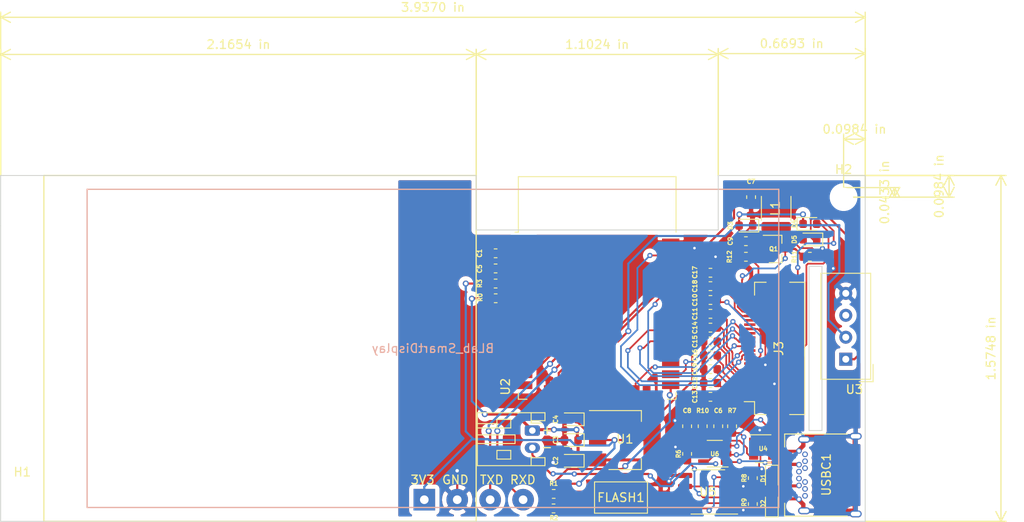
<source format=kicad_pcb>
(kicad_pcb (version 20171130) (host pcbnew "(5.1.5)-3")
  (layers (0 F.Cu signal) (31 B.Cu signal) (34 B.Paste user hide) (35 F.Paste user hide) (36 B.SilkS user hide) (37 F.SilkS user) (38 B.Mask user hide) (39 F.Mask user hide) (44 Edge.Cuts user))
  (net 0 "")
  (net 1 GND)
  (net 2 /VDD3V3)
  (net 3 /EN)
  (net 4 /B-)
  (net 5 "Net-(C6-Pad1)")
  (net 6 /B+)
  (net 7 "Net-(C9-Pad2)")
  (net 8 "Net-(C9-Pad1)")
  (net 9 /VDD3.3V)
  (net 10 "Net-(C11-Pad1)")
  (net 11 /PREVGL)
  (net 12 "Net-(C13-Pad1)")
  (net 13 "Net-(C14-Pad1)")
  (net 14 "Net-(C15-Pad1)")
  (net 15 /PREVGH)
  (net 16 "Net-(C17-Pad1)")
  (net 17 "Net-(C18-Pad1)")
  (net 18 "Net-(C19-Pad1)")
  (net 19 /USB5V)
  (net 20 "Net-(D1-Pad1)")
  (net 21 "Net-(D2-Pad1)")
  (net 22 "Net-(FLASH1-Pad1)")
  (net 23 /RX)
  (net 24 /TX)
  (net 25 /DIN)
  (net 26 /CLK)
  (net 27 /CS)
  (net 28 /DC)
  (net 29 /REST)
  (net 30 /BUSY)
  (net 31 "Net-(J3-Pad7)")
  (net 32 "Net-(J3-Pad6)")
  (net 33 /RESE)
  (net 34 /GDR)
  (net 35 "Net-(J3-Pad1)")
  (net 36 /IO0)
  (net 37 /IO2)
  (net 38 "Net-(R6-Pad1)")
  (net 39 "Net-(R7-Pad1)")
  (net 40 "Net-(R8-Pad1)")
  (net 41 "Net-(R9-Pad1)")
  (net 42 "Net-(U2-Pad36)")
  (net 43 "Net-(U2-Pad32)")
  (net 44 "Net-(U2-Pad31)")
  (net 45 "Net-(U2-Pad28)")
  (net 46 "Net-(U2-Pad27)")
  (net 47 "Net-(U2-Pad22)")
  (net 48 "Net-(U2-Pad21)")
  (net 49 "Net-(U2-Pad20)")
  (net 50 "Net-(U2-Pad19)")
  (net 51 "Net-(U2-Pad18)")
  (net 52 "Net-(U2-Pad17)")
  (net 53 /IO16)
  (net 54 "Net-(U2-Pad14)")
  (net 55 "Net-(U2-Pad13)")
  (net 56 "Net-(U2-Pad12)")
  (net 57 "Net-(U2-Pad11)")
  (net 58 "Net-(U2-Pad10)")
  (net 59 "Net-(U2-Pad9)")
  (net 60 "Net-(U2-Pad8)")
  (net 61 "Net-(U2-Pad7)")
  (net 62 "Net-(U2-Pad6)")
  (net 63 "Net-(U2-Pad5)")
  (net 64 "Net-(U3-Pad3)")
  (net 65 "Net-(U4-Pad5)")
  (net 66 /OC)
  (net 67 /OD)
  (net 68 "Net-(U4-Pad2)")
  (net 69 "Net-(U6-Pad4)")
  (net 70 "Net-(USBC1-PadA5)")
  (net 71 "Net-(USBC1-PadA7)")
  (net 72 "Net-(USBC1-PadB5)")
  (net 73 "Net-(USBC1-PadA6)")
  (net 74 "Net-(R0-Pad1)")
  (net 75 "Net-(USBC1-PadB8)")
  (net 76 "Net-(USBC1-PadA8)")
  (net 77 "Net-(USBC1-PadB11)")
  (net 78 "Net-(USBC1-PadB10)")
  (net 79 "Net-(USBC1-PadB3)")
  (net 80 "Net-(USBC1-PadB2)")
  (net 81 "Net-(USBC1-PadA11)")
  (net 82 "Net-(USBC1-PadA10)")
  (net 83 "Net-(USBC1-PadA3)")
  (net 84 "Net-(USBC1-PadA2)")
  (module Connector_USB:USB_C_Receptacle_Amphenol_12401548E4-2A (layer F.Cu) (at 196.05 94.65 90)
    (fp_text reference USBC1 (at 0.05 -0.55 90) (layer F.SilkS))
    (fp_text value USB_C_Plug)
    (pad B11 thru_hole circle (at -2.4 -3.01 90) (size 0.65 0.65) (drill 0.4) (layers *.Cu *.Mask) (net 77 "Net-(USBC1-PadB11)"))
    (pad B10 thru_hole circle (at -1.6 -3.01 90) (size 0.65 0.65) (drill 0.4) (layers *.Cu *.Mask) (net 78 "Net-(USBC1-PadB10)"))
    (pad B8 thru_hole circle (at -0.8 -3.01 90) (size 0.65 0.65) (drill 0.4) (layers *.Cu *.Mask) (net 75 "Net-(USBC1-PadB8)"))
    (pad B5 thru_hole circle (at 0.8 -3.01 90) (size 0.65 0.65) (drill 0.4) (layers *.Cu *.Mask) (net 72 "Net-(USBC1-PadB5)"))
    (pad B3 thru_hole circle (at 1.6 -3.01 90) (size 0.65 0.65) (drill 0.4) (layers *.Cu *.Mask) (net 79 "Net-(USBC1-PadB3)"))
    (pad B2 thru_hole circle (at 2.4 -3.01 90) (size 0.65 0.65) (drill 0.4) (layers *.Cu *.Mask) (net 80 "Net-(USBC1-PadB2)"))
    (pad B12 thru_hole circle (at -2.8 -3.71 90) (size 0.65 0.65) (drill 0.4) (layers *.Cu *.Mask) (net 1 GND))
    (pad B9 thru_hole circle (at -1.2 -3.71 90) (size 0.65 0.65) (drill 0.4) (layers *.Cu *.Mask) (net 19 /USB5V))
    (pad B7 thru_hole circle (at -0.4 -3.71 90) (size 0.65 0.65) (drill 0.4) (layers *.Cu *.Mask))
    (pad B6 thru_hole circle (at 0.4 -3.71 90) (size 0.65 0.65) (drill 0.4) (layers *.Cu *.Mask))
    (pad B4 thru_hole circle (at 1.2 -3.71 90) (size 0.65 0.65) (drill 0.4) (layers *.Cu *.Mask) (net 19 /USB5V))
    (pad B1 thru_hole circle (at 2.8 -3.71 90) (size 0.65 0.65) (drill 0.4) (layers *.Cu *.Mask) (net 1 GND))
    (pad "" np_thru_hole circle (at -3.6 -4.36 90) (size 0.65 0.65) (drill 0.65) (layers *.Cu *.Mask))
    (pad "" np_thru_hole oval (at 3.6 -4.36 90) (size 0.95 0.65) (drill oval 0.95 0.65) (layers *.Cu *.Mask))
    (pad S1 thru_hole oval (at -4.49 2.84 90) (size 0.8 1.4) (drill oval 0.5 1.1) (layers *.Cu *.Mask) (net 1 GND))
    (pad S1 thru_hole oval (at 4.49 2.84 90) (size 0.8 1.4) (drill oval 0.5 1.1) (layers *.Cu *.Mask) (net 1 GND))
    (pad S1 thru_hole oval (at 4.13 -3.11 90) (size 0.8 1.4) (drill oval 0.5 1.1) (layers *.Cu *.Mask) (net 1 GND))
    (pad A11 smd rect (at 2.25 -5.02 90) (size 0.3 0.7) (layers F.Cu F.Paste F.Mask) (net 81 "Net-(USBC1-PadA11)"))
    (pad A8 smd rect (at 0.75 -5.02 90) (size 0.3 0.7) (layers F.Cu F.Paste F.Mask) (net 76 "Net-(USBC1-PadA8)"))
    (pad A9 smd rect (at 1.25 -5.02 90) (size 0.3 0.7) (layers F.Cu F.Paste F.Mask) (net 19 /USB5V))
    (pad A10 smd rect (at 1.75 -5.02 90) (size 0.3 0.7) (layers F.Cu F.Paste F.Mask) (net 82 "Net-(USBC1-PadA10)"))
    (pad A12 smd rect (at 2.75 -5.02 90) (size 0.3 0.7) (layers F.Cu F.Paste F.Mask) (net 1 GND))
    (pad A7 smd rect (at 0.25 -5.02 90) (size 0.3 0.7) (layers F.Cu F.Paste F.Mask) (net 71 "Net-(USBC1-PadA7)"))
    (pad A6 smd rect (at -0.25 -5.02 90) (size 0.3 0.7) (layers F.Cu F.Paste F.Mask) (net 73 "Net-(USBC1-PadA6)"))
    (pad A5 smd rect (at -0.75 -5.02 90) (size 0.3 0.7) (layers F.Cu F.Paste F.Mask) (net 70 "Net-(USBC1-PadA5)"))
    (pad A4 smd rect (at -1.25 -5.02 90) (size 0.3 0.7) (layers F.Cu F.Paste F.Mask) (net 19 /USB5V))
    (pad A3 smd rect (at -1.75 -5.02 90) (size 0.3 0.7) (layers F.Cu F.Paste F.Mask) (net 83 "Net-(USBC1-PadA3)"))
    (pad A2 smd rect (at -2.25 -5.02 90) (size 0.3 0.7) (layers F.Cu F.Paste F.Mask) (net 84 "Net-(USBC1-PadA2)"))
    (pad A1 smd rect (at -2.75 -5.02 90) (size 0.3 0.7) (layers F.Cu F.Paste F.Mask) (net 1 GND))
    (pad S1 thru_hole oval (at -4.13 -3.11 90) (size 0.8 1.4) (drill oval 0.5 1.1) (layers *.Cu *.Mask) (net 1 GND))
  )
  (module smartdisplay:Hirose_FH12-24S-0.5SH_1x24-1MP_P0.50mm__redesign (layer F.Cu) (at 188.5 80 90)
    (fp_text reference J3 (at 0 1.5 90) (layer F.SilkS))
    (fp_text value FPC24/0.5MM)
    (pad MP smd rect (at 7.65 1.4 90) (size 1.8 2.2) (layers F.Cu F.Paste F.Mask))
    (pad MP smd rect (at -7.65 1.4 90) (size 1.8 2.2) (layers F.Cu F.Paste F.Mask))
    (pad 24 smd rect (at -5.75 -1.85 90) (size 0.3 1.3) (layers F.Cu F.Paste F.Mask) (net 12 "Net-(C13-Pad1)"))
    (pad 23 smd rect (at -5.25 -1.85 90) (size 0.3 1.3) (layers F.Cu F.Paste F.Mask) (net 11 /PREVGL))
    (pad 22 smd rect (at -4.75 -1.85 90) (size 0.3 1.3) (layers F.Cu F.Paste F.Mask) (net 18 "Net-(C19-Pad1)"))
    (pad 21 smd rect (at -4.25 -1.85 90) (size 0.3 1.3) (layers F.Cu F.Paste F.Mask) (net 15 /PREVGH))
    (pad 20 smd rect (at -3.75 -1.85 90) (size 0.3 1.3) (layers F.Cu F.Paste F.Mask) (net 14 "Net-(C15-Pad1)"))
    (pad 19 smd rect (at -3.25 -1.85 90) (size 0.3 1.3) (layers F.Cu F.Paste F.Mask) (net 13 "Net-(C14-Pad1)"))
    (pad 18 smd rect (at -2.75 -1.85 90) (size 0.3 1.3) (layers F.Cu F.Paste F.Mask) (net 10 "Net-(C11-Pad1)"))
    (pad 17 smd rect (at -2.25 -1.85 90) (size 0.3 1.3) (layers F.Cu F.Paste F.Mask) (net 1 GND))
    (pad 16 smd rect (at -1.75 -1.85 90) (size 0.3 1.3) (layers F.Cu F.Paste F.Mask) (net 9 /VDD3.3V))
    (pad 15 smd rect (at -1.25 -1.85 90) (size 0.3 1.3) (layers F.Cu F.Paste F.Mask) (net 9 /VDD3.3V))
    (pad 14 smd rect (at -0.75 -1.85 90) (size 0.3 1.3) (layers F.Cu F.Paste F.Mask) (net 25 /DIN))
    (pad 13 smd rect (at -0.25 -1.85 90) (size 0.3 1.3) (layers F.Cu F.Paste F.Mask) (net 26 /CLK))
    (pad 12 smd rect (at 0.25 -1.85 90) (size 0.3 1.3) (layers F.Cu F.Paste F.Mask) (net 27 /CS))
    (pad 11 smd rect (at 0.75 -1.85 90) (size 0.3 1.3) (layers F.Cu F.Paste F.Mask) (net 28 /DC))
    (pad 10 smd rect (at 1.25 -1.85 90) (size 0.3 1.3) (layers F.Cu F.Paste F.Mask) (net 29 /REST))
    (pad 9 smd rect (at 1.75 -1.85 90) (size 0.3 1.3) (layers F.Cu F.Paste F.Mask) (net 30 /BUSY))
    (pad 8 smd rect (at 2.25 -1.85 90) (size 0.3 1.3) (layers F.Cu F.Paste F.Mask) (net 1 GND))
    (pad 7 smd rect (at 2.75 -1.85 90) (size 0.3 1.3) (layers F.Cu F.Paste F.Mask) (net 31 "Net-(J3-Pad7)"))
    (pad 6 smd rect (at 3.25 -1.85 90) (size 0.3 1.3) (layers F.Cu F.Paste F.Mask) (net 32 "Net-(J3-Pad6)"))
    (pad 5 smd rect (at 3.75 -1.85 90) (size 0.3 1.3) (layers F.Cu F.Paste F.Mask) (net 17 "Net-(C18-Pad1)"))
    (pad 4 smd rect (at 4.25 -1.85 90) (size 0.3 1.3) (layers F.Cu F.Paste F.Mask) (net 16 "Net-(C17-Pad1)"))
    (pad 3 smd rect (at 4.75 -1.85 90) (size 0.3 1.3) (layers F.Cu F.Paste F.Mask) (net 33 /RESE))
    (pad 2 smd rect (at 5.25 -1.85 90) (size 0.3 1.3) (layers F.Cu F.Paste F.Mask) (net 34 /GDR))
    (pad 1 smd rect (at 5.75 -1.85 90) (size 0.3 1.3) (layers F.Cu F.Paste F.Mask) (net 35 "Net-(J3-Pad1)"))
  )
  (module Resistor_SMD:R_0603_1608Metric (layer F.Cu) (at 157.26 74.2 180)
    (fp_text reference R0 (at 1.8 0.1 90) (layer F.SilkS) (effects (font (size 0.5 0.5) (thickness 0.125))))
    (fp_text value R)
    (pad 2 smd roundrect (at 0.7875 0 180) (size 0.875 0.95) (layers F.Cu F.Paste F.Mask) (net 6 /B+))
    (pad 1 smd roundrect (at -0.7875 0 180) (size 0.875 0.95) (layers F.Cu F.Paste F.Mask) (net 74 "Net-(R0-Pad1)"))
  )
  (module Package_TO_SOT_SMD:TSOT-23-6 (layer F.Cu) (at 182.6 92.2 180)
    (fp_text reference U6 (at 0 0) (layer F.SilkS) (effects (font (size 0.5 0.5) (thickness 0.125))))
    (fp_text value DW01)
    (pad 6 smd rect (at 1.31 -0.95 180) (size 1.22 0.65) (layers F.Cu F.Paste F.Mask) (net 4 /B-))
    (pad 5 smd rect (at 1.31 0 180) (size 1.22 0.65) (layers F.Cu F.Paste F.Mask) (net 5 "Net-(C6-Pad1)"))
    (pad 4 smd rect (at 1.31 0.95 180) (size 1.22 0.65) (layers F.Cu F.Paste F.Mask) (net 69 "Net-(U6-Pad4)"))
    (pad 3 smd rect (at -1.31 0.95 180) (size 1.22 0.65) (layers F.Cu F.Paste F.Mask) (net 66 /OC))
    (pad 2 smd rect (at -1.31 0 180) (size 1.22 0.65) (layers F.Cu F.Paste F.Mask) (net 39 "Net-(R7-Pad1)"))
    (pad 1 smd rect (at -1.31 -0.95 180) (size 1.22 0.65) (layers F.Cu F.Paste F.Mask) (net 67 /OD))
  )
  (module Package_SO:SOP-8_3.9x4.9mm_P1.27mm (layer F.Cu) (at 181.8 96.6 180)
    (fp_text reference U5 (at 0 0) (layer F.SilkS))
    (fp_text value tp4056)
    (pad 8 smd roundrect (at 2.625 -1.905 180) (size 1.65 0.6) (layers F.Cu F.Paste F.Mask) (net 19 /USB5V))
    (pad 7 smd roundrect (at 2.625 -0.635 180) (size 1.65 0.6) (layers F.Cu F.Paste F.Mask) (net 40 "Net-(R8-Pad1)"))
    (pad 6 smd roundrect (at 2.625 0.635 180) (size 1.65 0.6) (layers F.Cu F.Paste F.Mask) (net 41 "Net-(R9-Pad1)"))
    (pad 5 smd roundrect (at 2.625 1.905 180) (size 1.65 0.6) (layers F.Cu F.Paste F.Mask) (net 6 /B+))
    (pad 4 smd roundrect (at -2.625 1.905 180) (size 1.65 0.6) (layers F.Cu F.Paste F.Mask) (net 19 /USB5V))
    (pad 3 smd roundrect (at -2.625 0.635 180) (size 1.65 0.6) (layers F.Cu F.Paste F.Mask) (net 1 GND))
    (pad 2 smd roundrect (at -2.625 -0.635 180) (size 1.65 0.6) (layers F.Cu F.Paste F.Mask) (net 38 "Net-(R6-Pad1)"))
    (pad 1 smd roundrect (at -2.625 -1.905 180) (size 1.65 0.6) (layers F.Cu F.Paste F.Mask) (net 1 GND))
  )
  (module Package_TO_SOT_SMD:SOT-23-6 (layer F.Cu) (at 188.2 91.6)
    (fp_text reference U4 (at 0 0) (layer F.SilkS) (effects (font (size 0.5 0.5) (thickness 0.125))))
    (fp_text value FS8205)
    (pad 5 smd rect (at 1.1 0) (size 1.06 0.65) (layers F.Cu F.Paste F.Mask) (net 65 "Net-(U4-Pad5)"))
    (pad 6 smd rect (at 1.1 -0.95) (size 1.06 0.65) (layers F.Cu F.Paste F.Mask) (net 66 /OC))
    (pad 4 smd rect (at 1.1 0.95) (size 1.06 0.65) (layers F.Cu F.Paste F.Mask) (net 67 /OD))
    (pad 3 smd rect (at -1.1 0.95) (size 1.06 0.65) (layers F.Cu F.Paste F.Mask) (net 4 /B-))
    (pad 2 smd rect (at -1.1 0) (size 1.06 0.65) (layers F.Cu F.Paste F.Mask) (net 68 "Net-(U4-Pad2)"))
    (pad 1 smd rect (at -1.1 -0.95) (size 1.06 0.65) (layers F.Cu F.Paste F.Mask) (net 1 GND))
  )
  (module Sensor:Aosong_DHT11_5.5x12.0_P2.54mm (layer F.Cu) (at 197.75 81.25 180)
    (fp_text reference U3 (at -1 -3.5) (layer F.SilkS))
    (fp_text value DHT11)
    (pad 4 thru_hole circle (at 0 7.62 180) (size 1.5 1.5) (drill 0.8) (layers *.Cu *.Mask) (net 1 GND))
    (pad 3 thru_hole circle (at 0 5.08 180) (size 1.5 1.5) (drill 0.8) (layers *.Cu *.Mask) (net 64 "Net-(U3-Pad3)"))
    (pad 2 thru_hole circle (at 0 2.54 180) (size 1.5 1.5) (drill 0.8) (layers *.Cu *.Mask) (net 53 /IO16))
    (pad 1 thru_hole rect (at 0 0 180) (size 1.5 1.5) (drill 0.8) (layers *.Cu *.Mask) (net 2 /VDD3V3))
  )
  (module RF_Module:ESP32-WROOM-32 (layer F.Cu) (at 169 76)
    (fp_text reference U2 (at -10.61 8.43 90) (layer F.SilkS))
    (fp_text value ESP-32S)
    (pad 38 smd rect (at 8.5 -8.255) (size 2 0.9) (layers F.Cu F.Paste F.Mask) (net 1 GND))
    (pad 37 smd rect (at 8.5 -6.985) (size 2 0.9) (layers F.Cu F.Paste F.Mask) (net 25 /DIN))
    (pad 36 smd rect (at 8.5 -5.715) (size 2 0.9) (layers F.Cu F.Paste F.Mask) (net 42 "Net-(U2-Pad36)"))
    (pad 35 smd rect (at 8.5 -4.445) (size 2 0.9) (layers F.Cu F.Paste F.Mask) (net 24 /TX))
    (pad 34 smd rect (at 8.5 -3.175) (size 2 0.9) (layers F.Cu F.Paste F.Mask) (net 23 /RX))
    (pad 33 smd rect (at 8.5 -1.905) (size 2 0.9) (layers F.Cu F.Paste F.Mask) (net 28 /DC))
    (pad 32 smd rect (at 8.5 -0.635) (size 2 0.9) (layers F.Cu F.Paste F.Mask) (net 43 "Net-(U2-Pad32)"))
    (pad 31 smd rect (at 8.5 0.635) (size 2 0.9) (layers F.Cu F.Paste F.Mask) (net 44 "Net-(U2-Pad31)"))
    (pad 30 smd rect (at 8.5 1.905) (size 2 0.9) (layers F.Cu F.Paste F.Mask) (net 26 /CLK))
    (pad 29 smd rect (at 8.5 3.175) (size 2 0.9) (layers F.Cu F.Paste F.Mask) (net 27 /CS))
    (pad 28 smd rect (at 8.5 4.445) (size 2 0.9) (layers F.Cu F.Paste F.Mask) (net 45 "Net-(U2-Pad28)"))
    (pad 27 smd rect (at 8.5 5.715) (size 2 0.9) (layers F.Cu F.Paste F.Mask) (net 46 "Net-(U2-Pad27)"))
    (pad 26 smd rect (at 8.5 6.985) (size 2 0.9) (layers F.Cu F.Paste F.Mask) (net 30 /BUSY))
    (pad 25 smd rect (at 8.5 8.255) (size 2 0.9) (layers F.Cu F.Paste F.Mask) (net 36 /IO0))
    (pad 24 smd rect (at 5.715 9.255 90) (size 2 0.9) (layers F.Cu F.Paste F.Mask) (net 37 /IO2))
    (pad 23 smd rect (at 4.445 9.255 90) (size 2 0.9) (layers F.Cu F.Paste F.Mask) (net 29 /REST))
    (pad 22 smd rect (at 3.175 9.255 90) (size 2 0.9) (layers F.Cu F.Paste F.Mask) (net 47 "Net-(U2-Pad22)"))
    (pad 21 smd rect (at 1.905 9.255 90) (size 2 0.9) (layers F.Cu F.Paste F.Mask) (net 48 "Net-(U2-Pad21)"))
    (pad 20 smd rect (at 0.635 9.255 90) (size 2 0.9) (layers F.Cu F.Paste F.Mask) (net 49 "Net-(U2-Pad20)"))
    (pad 19 smd rect (at -0.635 9.255 90) (size 2 0.9) (layers F.Cu F.Paste F.Mask) (net 50 "Net-(U2-Pad19)"))
    (pad 18 smd rect (at -1.905 9.255 90) (size 2 0.9) (layers F.Cu F.Paste F.Mask) (net 51 "Net-(U2-Pad18)"))
    (pad 17 smd rect (at -3.175 9.255 90) (size 2 0.9) (layers F.Cu F.Paste F.Mask) (net 52 "Net-(U2-Pad17)"))
    (pad 16 smd rect (at -4.445 9.255 90) (size 2 0.9) (layers F.Cu F.Paste F.Mask) (net 53 /IO16))
    (pad 15 smd rect (at -5.715 9.255 90) (size 2 0.9) (layers F.Cu F.Paste F.Mask) (net 1 GND))
    (pad 14 smd rect (at -8.5 8.255) (size 2 0.9) (layers F.Cu F.Paste F.Mask) (net 54 "Net-(U2-Pad14)"))
    (pad 13 smd rect (at -8.5 6.985) (size 2 0.9) (layers F.Cu F.Paste F.Mask) (net 55 "Net-(U2-Pad13)"))
    (pad 12 smd rect (at -8.5 5.715) (size 2 0.9) (layers F.Cu F.Paste F.Mask) (net 56 "Net-(U2-Pad12)"))
    (pad 11 smd rect (at -8.5 4.445) (size 2 0.9) (layers F.Cu F.Paste F.Mask) (net 57 "Net-(U2-Pad11)"))
    (pad 10 smd rect (at -8.5 3.175) (size 2 0.9) (layers F.Cu F.Paste F.Mask) (net 58 "Net-(U2-Pad10)"))
    (pad 9 smd rect (at -8.5 1.905) (size 2 0.9) (layers F.Cu F.Paste F.Mask) (net 59 "Net-(U2-Pad9)"))
    (pad 8 smd rect (at -8.5 0.635) (size 2 0.9) (layers F.Cu F.Paste F.Mask) (net 60 "Net-(U2-Pad8)"))
    (pad 7 smd rect (at -8.5 -0.635) (size 2 0.9) (layers F.Cu F.Paste F.Mask) (net 61 "Net-(U2-Pad7)"))
    (pad 6 smd rect (at -8.5 -1.905) (size 2 0.9) (layers F.Cu F.Paste F.Mask) (net 62 "Net-(U2-Pad6)"))
    (pad 5 smd rect (at -8.5 -3.175) (size 2 0.9) (layers F.Cu F.Paste F.Mask) (net 63 "Net-(U2-Pad5)"))
    (pad 4 smd rect (at -8.5 -4.445) (size 2 0.9) (layers F.Cu F.Paste F.Mask) (net 74 "Net-(R0-Pad1)"))
    (pad 3 smd rect (at -8.5 -5.715) (size 2 0.9) (layers F.Cu F.Paste F.Mask) (net 3 /EN))
    (pad 2 smd rect (at -8.5 -6.985) (size 2 0.9) (layers F.Cu F.Paste F.Mask) (net 2 /VDD3V3))
    (pad 1 smd rect (at -8.5 -8.255) (size 2 0.9) (layers F.Cu F.Paste F.Mask) (net 1 GND))
    (pad 39 smd rect (at -1 -0.755) (size 5 5) (layers F.Cu F.Paste F.Mask) (net 1 GND))
  )
  (module Package_TO_SOT_SMD:SOT-223-3_TabPin2 (layer F.Cu) (at 172.2 90.6)
    (fp_text reference U1 (at 0 -0.11) (layer F.SilkS))
    (fp_text value AMS1117-3.3)
    (pad 1 smd rect (at -3.15 -2.3) (size 2 1.5) (layers F.Cu F.Paste F.Mask) (net 1 GND))
    (pad 3 smd rect (at -3.15 2.3) (size 2 1.5) (layers F.Cu F.Paste F.Mask) (net 6 /B+))
    (pad 2 smd rect (at -3.15 0) (size 2 1.5) (layers F.Cu F.Paste F.Mask) (net 2 /VDD3V3))
    (pad 2 smd rect (at 3.15 0) (size 2 3.8) (layers F.Cu F.Paste F.Mask) (net 2 /VDD3V3))
  )
  (module Resistor_SMD:R_0603_1608Metric (layer F.Cu) (at 186.2 69.4 180)
    (fp_text reference R12 (at 1.9 0 90) (layer F.SilkS) (effects (font (size 0.5 0.5) (thickness 0.125))))
    (fp_text value 3)
    (pad 2 smd roundrect (at 0.7875 0 180) (size 0.875 0.95) (layers F.Cu F.Paste F.Mask) (net 1 GND))
    (pad 1 smd roundrect (at -0.7875 0 180) (size 0.875 0.95) (layers F.Cu F.Paste F.Mask) (net 33 /RESE))
  )
  (module Resistor_SMD:R_0603_1608Metric (layer F.Cu) (at 193.6 69.4)
    (fp_text reference R11 (at -1.8 0 90) (layer F.SilkS) (effects (font (size 0.5 0.5) (thickness 0.125))))
    (fp_text value 10K)
    (pad 2 smd roundrect (at 0.7875 0) (size 0.875 0.95) (layers F.Cu F.Paste F.Mask) (net 1 GND))
    (pad 1 smd roundrect (at -0.7875 0) (size 0.875 0.95) (layers F.Cu F.Paste F.Mask) (net 34 /GDR))
  )
  (module Resistor_SMD:R_0603_1608Metric (layer F.Cu) (at 181.2 89 90)
    (fp_text reference R10 (at 1.8 0 180) (layer F.SilkS) (effects (font (size 0.5 0.5) (thickness 0.125))))
    (fp_text value R)
    (pad 2 smd roundrect (at 0.7875 0 90) (size 0.875 0.95) (layers F.Cu F.Paste F.Mask) (net 5 "Net-(C6-Pad1)"))
    (pad 1 smd roundrect (at -0.7875 0 90) (size 0.875 0.95) (layers F.Cu F.Paste F.Mask) (net 6 /B+))
  )
  (module Resistor_SMD:R_0603_1608Metric (layer F.Cu) (at 187 98 270)
    (fp_text reference R9 (at -0.2 1 90) (layer F.SilkS) (effects (font (size 0.5 0.5) (thickness 0.125))))
    (fp_text value R)
    (pad 2 smd roundrect (at 0.7875 0 270) (size 0.875 0.95) (layers F.Cu F.Paste F.Mask) (net 21 "Net-(D2-Pad1)"))
    (pad 1 smd roundrect (at -0.7875 0 270) (size 0.875 0.95) (layers F.Cu F.Paste F.Mask) (net 41 "Net-(R9-Pad1)"))
  )
  (module Resistor_SMD:R_0603_1608Metric (layer F.Cu) (at 187 95 90)
    (fp_text reference R8 (at 0 -1 270) (layer F.SilkS) (effects (font (size 0.5 0.5) (thickness 0.125))))
    (fp_text value R)
    (pad 2 smd roundrect (at 0.7875 0 90) (size 0.875 0.95) (layers F.Cu F.Paste F.Mask) (net 20 "Net-(D1-Pad1)"))
    (pad 1 smd roundrect (at -0.7875 0 90) (size 0.875 0.95) (layers F.Cu F.Paste F.Mask) (net 40 "Net-(R8-Pad1)"))
  )
  (module Resistor_SMD:R_0603_1608Metric (layer F.Cu) (at 184.6 89 90)
    (fp_text reference R7 (at 1.8 0) (layer F.SilkS) (effects (font (size 0.5 0.5) (thickness 0.125))))
    (fp_text value R)
    (pad 2 smd roundrect (at 0.7875 0 90) (size 0.875 0.95) (layers F.Cu F.Paste F.Mask) (net 1 GND))
    (pad 1 smd roundrect (at -0.7875 0 90) (size 0.875 0.95) (layers F.Cu F.Paste F.Mask) (net 39 "Net-(R7-Pad1)"))
  )
  (module Resistor_SMD:R_0603_1608Metric (layer F.Cu) (at 179.4 92.2 90)
    (fp_text reference R6 (at 0 -1 90) (layer F.SilkS) (effects (font (size 0.5 0.5) (thickness 0.125))))
    (fp_text value R)
    (pad 2 smd roundrect (at 0.7875 0 90) (size 0.875 0.95) (layers F.Cu F.Paste F.Mask) (net 1 GND))
    (pad 1 smd roundrect (at -0.7875 0 90) (size 0.875 0.95) (layers F.Cu F.Paste F.Mask) (net 38 "Net-(R6-Pad1)"))
  )
  (module Resistor_SMD:R_0603_1608Metric (layer F.Cu) (at 157.25 72.5 180)
    (fp_text reference R3 (at 1.85 0 90) (layer F.SilkS) (effects (font (size 0.5 0.5) (thickness 0.125))))
    (fp_text value 1k)
    (pad 2 smd roundrect (at 0.7875 0 180) (size 0.875 0.95) (layers F.Cu F.Paste F.Mask) (net 2 /VDD3V3))
    (pad 1 smd roundrect (at -0.7875 0 180) (size 0.875 0.95) (layers F.Cu F.Paste F.Mask) (net 3 /EN))
  )
  (module Resistor_SMD:R_0603_1608Metric (layer F.Cu) (at 163.95 98.51 180)
    (fp_text reference R2 (at -0.05 -1.09) (layer F.SilkS) (effects (font (size 0.5 0.5) (thickness 0.125))))
    (fp_text value 470)
    (pad 2 smd roundrect (at 0.7875 0 180) (size 0.875 0.95) (layers F.Cu F.Paste F.Mask) (net 36 /IO0))
    (pad 1 smd roundrect (at -0.7875 0 180) (size 0.875 0.95) (layers F.Cu F.Paste F.Mask) (net 22 "Net-(FLASH1-Pad1)"))
  )
  (module Resistor_SMD:R_0603_1608Metric (layer F.Cu) (at 163.97 96.83)
    (fp_text reference R1 (at 0 -1.2) (layer F.SilkS) (effects (font (size 0.5 0.5) (thickness 0.125))))
    (fp_text value 1k)
    (pad 2 smd roundrect (at 0.7875 0) (size 0.875 0.95) (layers F.Cu F.Paste F.Mask) (net 2 /VDD3V3))
    (pad 1 smd roundrect (at -0.7875 0) (size 0.875 0.95) (layers F.Cu F.Paste F.Mask) (net 36 /IO0))
  )
  (module Package_TO_SOT_SMD:SOT-23 (layer F.Cu) (at 189.6 68.5)
    (fp_text reference Q1 (at -0.2 0) (layer F.SilkS) (effects (font (size 0.5 0.5) (thickness 0.125))))
    (fp_text value Q_NMOS_DSG)
    (pad 3 smd rect (at 1 0) (size 0.9 0.8) (layers F.Cu F.Paste F.Mask) (net 34 /GDR))
    (pad 2 smd rect (at -1 0.95) (size 0.9 0.8) (layers F.Cu F.Paste F.Mask) (net 33 /RESE))
    (pad 1 smd rect (at -1 -0.95) (size 0.9 0.8) (layers F.Cu F.Paste F.Mask) (net 7 "Net-(C9-Pad2)"))
  )
  (module Inductor_SMD:L_1812_4532Metric (layer F.Cu) (at 189.7 63.8 270)
    (fp_text reference L1 (at 0 0.1 90) (layer F.SilkS))
    (fp_text value 68uH)
    (pad 2 smd roundrect (at 2.1375 0 270) (size 1.125 3.4) (layers F.Cu F.Paste F.Mask) (roundrect_rratio 0.222222) (net 7 "Net-(C9-Pad2)"))
    (pad 1 smd roundrect (at -2.1375 0 270) (size 1.125 3.4) (layers F.Cu F.Paste F.Mask) (roundrect_rratio 0.222222) (net 2 /VDD3V3))
  )
  (module Connector_JST:JST_PH_S2B-PH-K_1x02_P2.00mm_Horizontal (layer F.Cu) (at 161.5 89.5 270)
    (fp_text reference J2 hide)
    (fp_text value battery)
    (pad 2 thru_hole oval (at 2 0 270) (size 1.2 1.75) (drill 0.75) (layers *.Cu *.Mask) (net 4 /B-))
    (pad 1 thru_hole roundrect (at 0 0 270) (size 1.2 1.75) (drill 0.75) (layers *.Cu *.Mask) (roundrect_rratio 0.208333) (net 6 /B+))
  )
  (module Connector_Wire:SolderWirePad_1x04_P3.81mm_Drill1mm (layer F.Cu) (at 149 97.5)
    (fp_text reference J1 hide)
    (fp_text value Conn_01x04_Female)
    (pad 4 thru_hole circle (at 11.43 0) (size 2.49936 2.49936) (drill 1.00076) (layers *.Cu *.Mask) (net 23 /RX))
    (pad 3 thru_hole circle (at 7.62 0) (size 2.49936 2.49936) (drill 1.00076) (layers *.Cu *.Mask) (net 24 /TX))
    (pad 2 thru_hole circle (at 3.81 0) (size 2.49936 2.49936) (drill 1.00076) (layers *.Cu *.Mask) (net 1 GND))
    (pad 1 thru_hole rect (at 0 0) (size 2.49936 2.49936) (drill 1.00076) (layers *.Cu *.Mask) (net 2 /VDD3V3))
  )
  (module MountingHole:MountingHole_2.2mm_M2 (layer F.Cu) (at 102.5 97.5)
    (fp_text reference H1 (at 0 -3.2) (layer F.SilkS))
    (fp_text value MountingHole)
    (pad 1 np_thru_hole circle (at 0 0) (size 2.2 2.2) (drill 2.2) (layers *.Cu *.Mask))
  )
  (module Button_Switch_SMD:SW_SPST_FSMSM (layer F.Cu) (at 171.75 97.25)
    (fp_text reference FLASH1 (at 0 0) (layer F.SilkS))
    (fp_text value FLASH)
    (pad 2 smd rect (at 4.59 0) (size 2.18 1.6) (layers F.Cu F.Paste F.Mask) (net 1 GND))
    (pad 1 smd rect (at -4.59 0) (size 2.18 1.6) (layers F.Cu F.Paste F.Mask) (net 22 "Net-(FLASH1-Pad1)"))
  )
  (module Diode_SMD:D_0603_1608Metric (layer F.Cu) (at 193.6 67.4 180)
    (fp_text reference D5 (at 1.8 0 90) (layer F.SilkS) (effects (font (size 0.5 0.5) (thickness 0.125))))
    (fp_text value MBR0530)
    (pad 2 smd roundrect (at 0.7875 0 180) (size 0.875 0.95) (layers F.Cu F.Paste F.Mask) (net 7 "Net-(C9-Pad2)"))
    (pad 1 smd roundrect (at -0.7875 0 180) (size 0.875 0.95) (layers F.Cu F.Paste F.Mask) (net 15 /PREVGH))
  )
  (module Diode_SMD:D_0603_1608Metric (layer F.Cu) (at 193.6 65.6)
    (fp_text reference D4 (at -1.8 0 90) (layer F.SilkS) (effects (font (size 0.5 0.5) (thickness 0.125))))
    (fp_text value MBR0530)
    (pad 2 smd roundrect (at 0.7875 0) (size 0.875 0.95) (layers F.Cu F.Paste F.Mask) (net 11 /PREVGL))
    (pad 1 smd roundrect (at -0.7875 0) (size 0.875 0.95) (layers F.Cu F.Paste F.Mask) (net 8 "Net-(C9-Pad1)"))
  )
  (module Diode_SMD:D_0603_1608Metric (layer F.Cu) (at 186.2 65.8 180)
    (fp_text reference D3 (at 1.8 0 90) (layer F.SilkS) (effects (font (size 0.5 0.5) (thickness 0.125))))
    (fp_text value MBR0530)
    (pad 2 smd roundrect (at 0.7875 0 180) (size 0.875 0.95) (layers F.Cu F.Paste F.Mask) (net 8 "Net-(C9-Pad1)"))
    (pad 1 smd roundrect (at -0.7875 0 180) (size 0.875 0.95) (layers F.Cu F.Paste F.Mask) (net 1 GND))
  )
  (module LED_SMD:LED_0603_1608Metric (layer F.Cu) (at 189.2 98 90)
    (fp_text reference D2 (at 0 -1 90) (layer F.SilkS) (effects (font (size 0.5 0.5) (thickness 0.125))))
    (fp_text value LED)
    (pad 2 smd roundrect (at 0.7875 0 90) (size 0.875 0.95) (layers F.Cu F.Paste F.Mask) (net 19 /USB5V))
    (pad 1 smd roundrect (at -0.7875 0 90) (size 0.875 0.95) (layers F.Cu F.Paste F.Mask) (net 21 "Net-(D2-Pad1)"))
  )
  (module LED_SMD:LED_0603_1608Metric (layer F.Cu) (at 189.2 95 270)
    (fp_text reference D1 (at 0 1 270) (layer F.SilkS) (effects (font (size 0.5 0.5) (thickness 0.125))))
    (fp_text value LED)
    (pad 2 smd roundrect (at 0.7875 0 270) (size 0.875 0.95) (layers F.Cu F.Paste F.Mask) (net 19 /USB5V))
    (pad 1 smd roundrect (at -0.7875 0 270) (size 0.875 0.95) (layers F.Cu F.Paste F.Mask) (net 20 "Net-(D1-Pad1)"))
  )
  (module Capacitor_SMD:C_0603_1608Metric (layer F.Cu) (at 182.1 82.4 180)
    (fp_text reference C19 (at 1.8 0 90) (layer F.SilkS) (effects (font (size 0.5 0.5) (thickness 0.125))))
    (fp_text value 1uF/50V)
    (pad 2 smd roundrect (at 0.7875 0 180) (size 0.875 0.95) (layers F.Cu F.Paste F.Mask) (net 1 GND))
    (pad 1 smd roundrect (at -0.7875 0 180) (size 0.875 0.95) (layers F.Cu F.Paste F.Mask) (net 18 "Net-(C19-Pad1)"))
  )
  (module Capacitor_SMD:C_0603_1608Metric (layer F.Cu) (at 182.1 72.8 180)
    (fp_text reference C18 (at 1.8 0 90) (layer F.SilkS) (effects (font (size 0.5 0.5) (thickness 0.125))))
    (fp_text value 1uF/50V)
    (pad 2 smd roundrect (at 0.7875 0 180) (size 0.875 0.95) (layers F.Cu F.Paste F.Mask) (net 1 GND))
    (pad 1 smd roundrect (at -0.7875 0 180) (size 0.875 0.95) (layers F.Cu F.Paste F.Mask) (net 17 "Net-(C18-Pad1)"))
  )
  (module Capacitor_SMD:C_0603_1608Metric (layer F.Cu) (at 182.1 71.25 180)
    (fp_text reference C17 (at 1.8 0.05 90) (layer F.SilkS) (effects (font (size 0.5 0.5) (thickness 0.125))))
    (fp_text value 1uF/50V)
    (pad 2 smd roundrect (at 0.7875 0 180) (size 0.875 0.95) (layers F.Cu F.Paste F.Mask) (net 1 GND))
    (pad 1 smd roundrect (at -0.7875 0 180) (size 0.875 0.95) (layers F.Cu F.Paste F.Mask) (net 16 "Net-(C17-Pad1)"))
  )
  (module Capacitor_SMD:C_0603_1608Metric (layer F.Cu) (at 182.1 80.8 180)
    (fp_text reference C16 (at 1.8 0 90) (layer F.SilkS) (effects (font (size 0.5 0.5) (thickness 0.125))))
    (fp_text value 1uF/50V)
    (pad 2 smd roundrect (at 0.7875 0 180) (size 0.875 0.95) (layers F.Cu F.Paste F.Mask) (net 1 GND))
    (pad 1 smd roundrect (at -0.7875 0 180) (size 0.875 0.95) (layers F.Cu F.Paste F.Mask) (net 15 /PREVGH))
  )
  (module Capacitor_SMD:C_0603_1608Metric (layer F.Cu) (at 182.1 79.2 180)
    (fp_text reference C15 (at 1.8 0 90) (layer F.SilkS) (effects (font (size 0.5 0.5) (thickness 0.125))))
    (fp_text value 1uF/50V)
    (pad 2 smd roundrect (at 0.7875 0 180) (size 0.875 0.95) (layers F.Cu F.Paste F.Mask) (net 1 GND))
    (pad 1 smd roundrect (at -0.7875 0 180) (size 0.875 0.95) (layers F.Cu F.Paste F.Mask) (net 14 "Net-(C15-Pad1)"))
  )
  (module Capacitor_SMD:C_0603_1608Metric (layer F.Cu) (at 182.1 77.6 180)
    (fp_text reference C14 (at 1.8 0 90) (layer F.SilkS) (effects (font (size 0.5 0.5) (thickness 0.125))))
    (fp_text value 1uF/50V)
    (pad 2 smd roundrect (at 0.7875 0 180) (size 0.875 0.95) (layers F.Cu F.Paste F.Mask) (net 1 GND))
    (pad 1 smd roundrect (at -0.7875 0 180) (size 0.875 0.95) (layers F.Cu F.Paste F.Mask) (net 13 "Net-(C14-Pad1)"))
  )
  (module Capacitor_SMD:C_0603_1608Metric (layer F.Cu) (at 182.1 85.6 180)
    (fp_text reference C13 (at 1.8 0 90) (layer F.SilkS) (effects (font (size 0.5 0.5) (thickness 0.125))))
    (fp_text value 1uF/50V)
    (pad 2 smd roundrect (at 0.7875 0 180) (size 0.875 0.95) (layers F.Cu F.Paste F.Mask) (net 1 GND))
    (pad 1 smd roundrect (at -0.7875 0 180) (size 0.875 0.95) (layers F.Cu F.Paste F.Mask) (net 12 "Net-(C13-Pad1)"))
  )
  (module Capacitor_SMD:C_0603_1608Metric (layer F.Cu) (at 182.1 84 180)
    (fp_text reference C12 (at 1.8 0 90) (layer F.SilkS) (effects (font (size 0.5 0.5) (thickness 0.125))))
    (fp_text value 1uF/50V)
    (pad 2 smd roundrect (at 0.7875 0 180) (size 0.875 0.95) (layers F.Cu F.Paste F.Mask) (net 1 GND))
    (pad 1 smd roundrect (at -0.7875 0 180) (size 0.875 0.95) (layers F.Cu F.Paste F.Mask) (net 11 /PREVGL))
  )
  (module Capacitor_SMD:C_0603_1608Metric (layer F.Cu) (at 182.1 76 180)
    (fp_text reference C11 (at 1.8 0 90) (layer F.SilkS) (effects (font (size 0.5 0.5) (thickness 0.125))))
    (fp_text value 1uF/50V)
    (pad 2 smd roundrect (at 0.7875 0 180) (size 0.875 0.95) (layers F.Cu F.Paste F.Mask) (net 1 GND))
    (pad 1 smd roundrect (at -0.7875 0 180) (size 0.875 0.95) (layers F.Cu F.Paste F.Mask) (net 10 "Net-(C11-Pad1)"))
  )
  (module Capacitor_SMD:C_0603_1608Metric (layer F.Cu) (at 182.1 74.4 180)
    (fp_text reference C10 (at 1.8 0 90) (layer F.SilkS) (effects (font (size 0.5 0.5) (thickness 0.125))))
    (fp_text value 0.1uF/50V)
    (pad 2 smd roundrect (at 0.7875 0 180) (size 0.875 0.95) (layers F.Cu F.Paste F.Mask) (net 1 GND))
    (pad 1 smd roundrect (at -0.7875 0 180) (size 0.875 0.95) (layers F.Cu F.Paste F.Mask) (net 9 /VDD3.3V))
  )
  (module Capacitor_SMD:C_0603_1608Metric (layer F.Cu) (at 186.2 67.6)
    (fp_text reference C9 (at -1.8 0 90) (layer F.SilkS) (effects (font (size 0.5 0.5) (thickness 0.125))))
    (fp_text value 0.1uF/50V)
    (pad 2 smd roundrect (at 0.7875 0) (size 0.875 0.95) (layers F.Cu F.Paste F.Mask) (net 7 "Net-(C9-Pad2)"))
    (pad 1 smd roundrect (at -0.7875 0) (size 0.875 0.95) (layers F.Cu F.Paste F.Mask) (net 8 "Net-(C9-Pad1)"))
  )
  (module Capacitor_SMD:C_0603_1608Metric (layer F.Cu) (at 179.4 89 90)
    (fp_text reference C8 (at 1.8 0) (layer F.SilkS) (effects (font (size 0.5 0.5) (thickness 0.125))))
    (fp_text value C)
    (pad 2 smd roundrect (at 0.7875 0 90) (size 0.875 0.95) (layers F.Cu F.Paste F.Mask) (net 1 GND))
    (pad 1 smd roundrect (at -0.7875 0 90) (size 0.875 0.95) (layers F.Cu F.Paste F.Mask) (net 6 /B+))
  )
  (module Capacitor_SMD:C_0603_1608Metric (layer F.Cu) (at 186.8 62.5 90)
    (fp_text reference C7 (at 1.8 0 180) (layer F.SilkS) (effects (font (size 0.5 0.5) (thickness 0.125))))
    (fp_text value 4.7uF/50V)
    (pad 2 smd roundrect (at 0.7875 0 90) (size 0.875 0.95) (layers F.Cu F.Paste F.Mask) (net 2 /VDD3V3))
    (pad 1 smd roundrect (at -0.7875 0 90) (size 0.875 0.95) (layers F.Cu F.Paste F.Mask) (net 1 GND))
  )
  (module Capacitor_SMD:C_0603_1608Metric (layer F.Cu) (at 183 89 90)
    (fp_text reference C6 (at 1.8 0) (layer F.SilkS) (effects (font (size 0.5 0.5) (thickness 0.125))))
    (fp_text value C)
    (pad 2 smd roundrect (at 0.7875 0 90) (size 0.875 0.95) (layers F.Cu F.Paste F.Mask) (net 4 /B-))
    (pad 1 smd roundrect (at -0.7875 0 90) (size 0.875 0.95) (layers F.Cu F.Paste F.Mask) (net 5 "Net-(C6-Pad1)"))
  )
  (module Capacitor_SMD:C_0603_1608Metric (layer F.Cu) (at 157.25 70.75 180)
    (fp_text reference C5 (at 1.85 -0.05 90) (layer F.SilkS) (effects (font (size 0.5 0.5) (thickness 0.125))))
    (fp_text value 104)
    (pad 2 smd roundrect (at 0.7875 0 180) (size 0.875 0.95) (layers F.Cu F.Paste F.Mask) (net 1 GND))
    (pad 1 smd roundrect (at -0.7875 0 180) (size 0.875 0.95) (layers F.Cu F.Paste F.Mask) (net 3 /EN))
  )
  (module Diode_SMD:D_0603_1608Metric (layer F.Cu) (at 166 88.2 180)
    (fp_text reference C4 (at 1.8 0 270) (layer F.SilkS) (effects (font (size 0.5 0.5) (thickness 0.125))))
    (fp_text value 10uF)
    (pad 2 smd roundrect (at 0.7875 0 180) (size 0.875 0.95) (layers F.Cu F.Paste F.Mask) (net 1 GND))
    (pad 1 smd roundrect (at -0.7875 0 180) (size 0.875 0.95) (layers F.Cu F.Paste F.Mask) (net 2 /VDD3V3))
  )
  (module Diode_SMD:D_0603_1608Metric (layer F.Cu) (at 166 90.6 180)
    (fp_text reference C3 (at 1.8 0 90) (layer F.SilkS) (effects (font (size 0.5 0.5) (thickness 0.125))))
    (fp_text value 104)
    (pad 2 smd roundrect (at 0.7875 0 180) (size 0.875 0.95) (layers F.Cu F.Paste F.Mask) (net 1 GND))
    (pad 1 smd roundrect (at -0.7875 0 180) (size 0.875 0.95) (layers F.Cu F.Paste F.Mask) (net 6 /B+))
  )
  (module Diode_SMD:D_0603_1608Metric (layer F.Cu) (at 166 93 180)
    (fp_text reference C2 (at 1.8 0 90) (layer F.SilkS) (effects (font (size 0.5 0.5) (thickness 0.125))))
    (fp_text value 10uF)
    (pad 2 smd roundrect (at 0.7875 0 180) (size 0.875 0.95) (layers F.Cu F.Paste F.Mask) (net 1 GND))
    (pad 1 smd roundrect (at -0.7875 0 180) (size 0.875 0.95) (layers F.Cu F.Paste F.Mask) (net 6 /B+))
  )
  (module Capacitor_SMD:C_0603_1608Metric (layer F.Cu) (at 157.25 69 180)
    (fp_text reference C1 (at 1.85 0 270) (layer F.SilkS) (effects (font (size 0.5 0.5) (thickness 0.125))))
    (fp_text value 10uF)
    (pad 2 smd roundrect (at 0.7875 0 180) (size 0.875 0.95) (layers F.Cu F.Paste F.Mask) (net 1 GND))
    (pad 1 smd roundrect (at -0.7875 0 180) (size 0.875 0.95) (layers F.Cu F.Paste F.Mask) (net 2 /VDD3V3))
  )
  (module MountingHole:MountingHole_2.2mm_M2 (layer F.Cu) (at 197.5 62.5)
    (fp_text reference H2 (at 0 -3.2) (layer F.SilkS))
    (fp_text value MountingHole)
    (pad 1 np_thru_hole circle (at 0 0) (size 2.2 2.2) (drill 2.2) (layers *.Cu *.Mask))
  )
  (dimension 2.5 (width 0.15) (layer F.SilkS) (gr_text "2.500 mm" (at 198.75 54.5) (layer F.SilkS) (effects (font (size 1 1) (thickness 0.15)))) (feature1 (pts (xy 197.5 62.5) (xy 197.5 55.213579))) (feature2 (pts (xy 200 62.5) (xy 200 55.213579))) (crossbar (pts (xy 200 55.8) (xy 197.5 55.8))) (arrow1a (pts (xy 197.5 55.8) (xy 198.626504 55.213579))) (arrow1b (pts (xy 197.5 55.8) (xy 198.626504 56.386421))) (arrow2a (pts (xy 200 55.8) (xy 198.873496 55.213579))) (arrow2b (pts (xy 200 55.8) (xy 198.873496 56.386421))))
  (dimension 2.5 (width 0.15) (layer F.SilkS) (gr_text "2.500 mm" (at 211 61.25 270) (layer F.SilkS) (effects (font (size 1 1) (thickness 0.15)))) (feature1 (pts (xy 197.5 62.5) (xy 210.286421 62.5))) (feature2 (pts (xy 197.5 60) (xy 210.286421 60))) (crossbar (pts (xy 209.7 60) (xy 209.7 62.5))) (arrow1a (pts (xy 209.7 62.5) (xy 209.113579 61.373496))) (arrow1b (pts (xy 209.7 62.5) (xy 210.286421 61.373496))) (arrow2a (pts (xy 209.7 60) (xy 209.113579 61.126504))) (arrow2b (pts (xy 209.7 60) (xy 210.286421 61.126504))))
  (dimension 1.1 (width 0.15) (layer F.SilkS) (gr_text "1.100 mm" (at 204.7 61.95 90) (layer F.SilkS) (effects (font (size 1 1) (thickness 0.15)))) (feature1 (pts (xy 197.5 61.4) (xy 203.986421 61.4))) (feature2 (pts (xy 197.5 62.5) (xy 203.986421 62.5))) (crossbar (pts (xy 203.4 62.5) (xy 203.4 61.4))) (arrow1a (pts (xy 203.4 61.4) (xy 203.986421 62.526504))) (arrow1b (pts (xy 203.4 61.4) (xy 202.813579 62.526504))) (arrow2a (pts (xy 203.4 62.5) (xy 203.986421 61.373496))) (arrow2b (pts (xy 203.4 62.5) (xy 202.813579 61.373496))))
  (dimension 55 (width 0.15) (layer F.SilkS) (gr_text "55.000 mm" (at 127.5 44.7) (layer F.SilkS) (effects (font (size 1 1) (thickness 0.15)))) (feature1 (pts (xy 100 60) (xy 100 45.413579))) (feature2 (pts (xy 155 60) (xy 155 45.413579))) (crossbar (pts (xy 155 46) (xy 100 46))) (arrow1a (pts (xy 100 46) (xy 101.126504 45.413579))) (arrow1b (pts (xy 100 46) (xy 101.126504 46.586421))) (arrow2a (pts (xy 155 46) (xy 153.873496 45.413579))) (arrow2b (pts (xy 155 46) (xy 153.873496 46.586421))))
  (dimension 28 (width 0.15) (layer F.SilkS) (gr_text "28.000 mm" (at 169 44.7) (layer F.SilkS) (effects (font (size 1 1) (thickness 0.15)))) (feature1 (pts (xy 155 60) (xy 155 45.413579))) (feature2 (pts (xy 183 60) (xy 183 45.413579))) (crossbar (pts (xy 183 46) (xy 155 46))) (arrow1a (pts (xy 155 46) (xy 156.126504 45.413579))) (arrow1b (pts (xy 155 46) (xy 156.126504 46.586421))) (arrow2a (pts (xy 183 46) (xy 181.873496 45.413579))) (arrow2b (pts (xy 183 46) (xy 181.873496 46.586421))))
  (gr_text - (at 163.2 91.4) (layer F.SilkS) (effects (font (size 1 1))))
  (gr_text + (at 163.2 89.4) (layer F.SilkS) (effects (font (size 1 1))))
  (gr_text RXD (at 160.4 95.2) (layer F.SilkS) (effects (font (size 1 1))))
  (gr_text TXD (at 156.8 95.2) (layer F.SilkS) (effects (font (size 1 1))))
  (gr_text GND (at 152.6 95.2) (layer F.SilkS) (effects (font (size 1 1))))
  (gr_text 3V3 (at 148.8 95.2) (layer F.SilkS) (effects (font (size 1 1))))
  (dimension 100 (width 0.15) (layer F.SilkS) (gr_text "100.000 mm" (at 150 40.4) (layer F.SilkS) (effects (font (size 1 1) (thickness 0.15)))) (feature1 (pts (xy 200 60) (xy 200 41.113579))) (feature2 (pts (xy 100 60) (xy 100 41.113579))) (crossbar (pts (xy 100 41.7) (xy 200 41.7))) (arrow1a (pts (xy 200 41.7) (xy 198.873496 42.286421))) (arrow1b (pts (xy 200 41.7) (xy 198.873496 41.113579))) (arrow2a (pts (xy 100 41.7) (xy 101.126504 42.286421))) (arrow2b (pts (xy 100 41.7) (xy 101.126504 41.113579))))
  (dimension 40 (width 0.15) (layer F.SilkS) (gr_text "40.000 mm" (at 217 80 270) (layer F.SilkS) (effects (font (size 1 1) (thickness 0.15)))) (feature1 (pts (xy 200 100) (xy 216.286421 100))) (feature2 (pts (xy 200 60) (xy 216.286421 60))) (crossbar (pts (xy 215.7 60) (xy 215.7 100))) (arrow1a (pts (xy 215.7 100) (xy 215.113579 98.873496))) (arrow1b (pts (xy 215.7 100) (xy 216.286421 98.873496))) (arrow2a (pts (xy 215.7 60) (xy 215.113579 61.126504))) (arrow2b (pts (xy 215.7 60) (xy 216.286421 61.126504))))
  (dimension 17 (width 0.15) (layer F.SilkS) (gr_text "17.000 mm" (at 191.5 44.6) (layer F.SilkS) (effects (font (size 1 1) (thickness 0.15)))) (feature1 (pts (xy 183 60) (xy 183 45.313579))) (feature2 (pts (xy 200 60) (xy 200 45.313579))) (crossbar (pts (xy 200 45.9) (xy 183 45.9))) (arrow1a (pts (xy 183 45.9) (xy 184.126504 45.313579))) (arrow1b (pts (xy 183 45.9) (xy 184.126504 46.486421))) (arrow2a (pts (xy 200 45.9) (xy 198.873496 45.313579))) (arrow2b (pts (xy 200 45.9) (xy 198.873496 46.486421))))
  (gr_line (start 200 60) (end 183 60) (layer Edge.Cuts) (width 0.1))
  (gr_line (start 155 60) (end 153 60) (layer Edge.Cuts) (width 0.1))
  (gr_line (start 183 66.3) (end 183 60) (layer Edge.Cuts) (width 0.1))
  (gr_line (start 155 66.3) (end 183 66.3) (layer Edge.Cuts) (width 0.1))
  (gr_line (start 155 60) (end 155 66.3) (layer Edge.Cuts) (width 0.1))
  (gr_line (start 105 100) (end 155 100) (layer F.SilkS) (width 0.15))
  (gr_line (start 155 60) (end 105 60) (layer F.SilkS) (width 0.15))
  (gr_line (start 155 100) (end 155 60) (layer F.SilkS) (width 0.15))
  (gr_line (start 105 60) (end 105 100) (layer F.SilkS) (width 0.15))
  (gr_line (start 153 60) (end 100 60) (layer Edge.Cuts) (width 0.1))
  (gr_line (start 100 94.2) (end 100 65.8) (layer Edge.Cuts) (width 0.1))
  (gr_text BLab_SmartDisplay (at 150 80) (layer B.SilkS) (effects (font (size 1 1)) (justify mirror)))
  (gr_line (start 195 70.5) (end 193.5 70.5) (layer Edge.Cuts) (width 0.1))
  (gr_line (start 195 89.5) (end 195 70.5) (layer Edge.Cuts) (width 0.1))
  (gr_line (start 193.5 89.5) (end 195 89.5) (layer Edge.Cuts) (width 0.1))
  (gr_line (start 193.5 70.5) (end 193.5 89.5) (layer Edge.Cuts) (width 0.1))
  (gr_line (start 110 98.4) (end 110 61.6) (layer B.SilkS) (width 0.15))
  (gr_line (start 190 98.4) (end 110 98.4) (layer B.SilkS) (width 0.15))
  (gr_line (start 190 61.6) (end 190 98.4) (layer B.SilkS) (width 0.15))
  (gr_line (start 110 61.6) (end 190 61.6) (layer B.SilkS) (width 0.15))
  (gr_line (start 100 100) (end 100 94.2) (layer Edge.Cuts) (width 0.1))
  (gr_line (start 100 60) (end 100 65.8) (layer Edge.Cuts) (width 0.1))
  (gr_line (start 200 100) (end 200 60) (layer Edge.Cuts) (width 0.1))
  (gr_line (start 100 100) (end 200 100) (layer Edge.Cuts) (width 0.1))
  (segment (start 157.2425 67.745) (end 156.4625 68.525) (width 0.25) (layer F.Cu) (net 1))
  (segment (start 156.4625 68.525) (end 156.4625 69) (width 0.25) (layer F.Cu) (net 1))
  (segment (start 160.5 67.745) (end 157.2425 67.745) (width 0.25) (layer F.Cu) (net 1))
  (segment (start 156.4625 69) (end 156.4625 70.75) (width 0.25) (layer F.Cu) (net 1))
  (segment (start 163.285 86.71) (end 164.775 88.2) (width 0.25) (layer F.Cu) (net 1))
  (segment (start 164.775 88.2) (end 165.2125 88.2) (width 0.25) (layer F.Cu) (net 1))
  (segment (start 163.285 85.255) (end 163.285 86.71) (width 0.25) (layer F.Cu) (net 1))
  (segment (start 165.2125 88.2) (end 165.2125 90.6) (width 0.25) (layer F.Cu) (net 1))
  (segment (start 165.2125 90.6) (end 165.2125 93) (width 0.25) (layer F.Cu) (net 1))
  (segment (start 168.8 88.3) (end 169.05 88.3) (width 0.25) (layer F.Cu) (net 1))
  (segment (start 165.9375 87) (end 167.5 87) (width 0.25) (layer F.Cu) (net 1))
  (segment (start 167.5 87) (end 168.8 88.3) (width 0.25) (layer F.Cu) (net 1))
  (segment (start 165.2125 88.2) (end 165.2125 87.725) (width 0.25) (layer F.Cu) (net 1))
  (segment (start 165.2125 87.725) (end 165.9375 87) (width 0.25) (layer F.Cu) (net 1))
  (segment (start 163.25 67.745) (end 168 72.495) (width 0.25) (layer F.Cu) (net 1))
  (segment (start 160.5 67.745) (end 163.25 67.745) (width 0.25) (layer F.Cu) (net 1))
  (segment (start 172.75 67.745) (end 168 72.495) (width 0.25) (layer F.Cu) (net 1))
  (segment (start 168 72.495) (end 168 75.245) (width 0.25) (layer F.Cu) (net 1))
  (segment (start 177.5 67.745) (end 172.75 67.745) (width 0.25) (layer F.Cu) (net 1))
  (segment (start 162.1 84.5) (end 162.855 85.255) (width 0.25) (layer F.Cu) (net 1))
  (segment (start 162.855 85.255) (end 163.285 85.255) (width 0.25) (layer F.Cu) (net 1))
  (segment (start 162.1 82.3) (end 162.1 84.5) (width 0.25) (layer F.Cu) (net 1))
  (segment (start 168 75.245) (end 168 76.4) (width 0.25) (layer F.Cu) (net 1))
  (segment (start 168 76.4) (end 162.1 82.3) (width 0.25) (layer F.Cu) (net 1))
  (segment (start 186.8 65.6125) (end 186.9875 65.8) (width 0.25) (layer F.Cu) (net 1))
  (segment (start 186.8 63.2875) (end 186.8 65.6125) (width 0.25) (layer F.Cu) (net 1))
  (via (at 185.9 98.7) (size 0.6) (drill 0.3) (layers F.Cu B.Cu) (net 1))
  (segment (start 184.425 98.505) (end 185.705 98.505) (width 0.2) (layer F.Cu) (net 1))
  (segment (start 185.705 98.505) (end 185.9 98.7) (width 0.2) (layer F.Cu) (net 1))
  (via (at 185.9 95.95) (size 0.6) (drill 0.3) (layers F.Cu B.Cu) (net 1))
  (segment (start 185.9 98.7) (end 185.9 95.95) (width 0.2) (layer B.Cu) (net 1))
  (segment (start 184.44 95.95) (end 184.425 95.965) (width 0.2) (layer F.Cu) (net 1))
  (segment (start 185.9 95.95) (end 184.44 95.95) (width 0.2) (layer F.Cu) (net 1))
  (via (at 195.05 68.45) (size 0.6) (drill 0.3) (layers F.Cu B.Cu) (net 1))
  (segment (start 194.3875 69.4) (end 194.3875 69.1125) (width 0.2) (layer F.Cu) (net 1))
  (segment (start 194.3875 69.1125) (end 195.05 68.45) (width 0.2) (layer F.Cu) (net 1))
  (via (at 196.3 70.75) (size 0.6) (drill 0.3) (layers F.Cu B.Cu) (net 1))
  (segment (start 195.05 68.45) (end 196.3 69.7) (width 0.2) (layer B.Cu) (net 1))
  (segment (start 196.3 69.7) (end 196.3 70.75) (width 0.2) (layer B.Cu) (net 1))
  (segment (start 196.3 72.18) (end 197.75 73.63) (width 0.2) (layer F.Cu) (net 1))
  (segment (start 196.3 70.75) (end 196.3 72.18) (width 0.2) (layer F.Cu) (net 1))
  (segment (start 185.4125 69.4) (end 185.85 69.4) (width 0.2) (layer F.Cu) (net 1))
  (segment (start 186.15 69.1) (end 185.85 69.4) (width 0.2) (layer F.Cu) (net 1))
  (segment (start 186.15 66.55) (end 186.15 69.1) (width 0.2) (layer F.Cu) (net 1))
  (segment (start 186.9875 65.8) (end 186.9 65.8) (width 0.2) (layer F.Cu) (net 1))
  (segment (start 186.9 65.8) (end 186.15 66.55) (width 0.2) (layer F.Cu) (net 1))
  (segment (start 194.3875 68.925) (end 194.3875 69.4) (width 0.2) (layer F.Cu) (net 1))
  (segment (start 192.45 68.4) (end 193.8625 68.4) (width 0.2) (layer F.Cu) (net 1))
  (segment (start 186.15 68.8) (end 186.5 68.45) (width 0.2) (layer F.Cu) (net 1))
  (segment (start 186.15 69.1) (end 186.15 68.8) (width 0.2) (layer F.Cu) (net 1))
  (segment (start 189.000002 68.45) (end 189.650002 67.8) (width 0.2) (layer F.Cu) (net 1))
  (segment (start 186.5 68.45) (end 189.000002 68.45) (width 0.2) (layer F.Cu) (net 1))
  (segment (start 193.8625 68.4) (end 194.3875 68.925) (width 0.2) (layer F.Cu) (net 1))
  (segment (start 191.85 67.8) (end 192.45 68.4) (width 0.2) (layer F.Cu) (net 1))
  (segment (start 189.650002 67.8) (end 191.85 67.8) (width 0.2) (layer F.Cu) (net 1))
  (segment (start 181.3125 70.775) (end 181.3125 71.25) (width 0.2) (layer F.Cu) (net 1))
  (segment (start 182.6875 69.4) (end 181.3125 70.775) (width 0.2) (layer F.Cu) (net 1))
  (segment (start 185.4125 69.4) (end 182.6875 69.4) (width 0.2) (layer F.Cu) (net 1))
  (via (at 178.05 91.4) (size 0.6) (drill 0.3) (layers F.Cu B.Cu) (net 1))
  (segment (start 179.4 91.4125) (end 178.0625 91.4125) (width 0.25) (layer F.Cu) (net 1))
  (segment (start 178.0625 91.4125) (end 178.05 91.4) (width 0.25) (layer F.Cu) (net 1))
  (segment (start 178.05 91.4) (end 178.05 88.4) (width 0.25) (layer B.Cu) (net 1))
  (via (at 178 88.35) (size 0.6) (drill 0.3) (layers F.Cu B.Cu) (net 1))
  (segment (start 178.05 88.4) (end 178 88.35) (width 0.25) (layer B.Cu) (net 1))
  (segment (start 179.2625 88.35) (end 179.4 88.2125) (width 0.25) (layer F.Cu) (net 1))
  (segment (start 178 88.35) (end 179.2625 88.35) (width 0.25) (layer F.Cu) (net 1))
  (segment (start 180.875 85.6) (end 181.3125 85.6) (width 0.25) (layer F.Cu) (net 1))
  (segment (start 179.4 87.075) (end 180.875 85.6) (width 0.25) (layer F.Cu) (net 1))
  (segment (start 179.4 88.2125) (end 179.4 87.075) (width 0.25) (layer F.Cu) (net 1))
  (segment (start 181.3125 85.6) (end 181.3125 84) (width 0.25) (layer F.Cu) (net 1))
  (segment (start 181.3125 84) (end 181.3125 82.4) (width 0.25) (layer F.Cu) (net 1))
  (segment (start 181.3125 82.4) (end 181.3125 80.8) (width 0.25) (layer F.Cu) (net 1))
  (segment (start 181.3125 80.8) (end 181.3125 79.2) (width 0.25) (layer F.Cu) (net 1))
  (segment (start 181.3125 79.2) (end 181.3125 77.6) (width 0.25) (layer F.Cu) (net 1))
  (segment (start 181.3125 77.6) (end 181.3125 76) (width 0.25) (layer F.Cu) (net 1))
  (segment (start 181.3125 76) (end 181.3125 74.4) (width 0.25) (layer F.Cu) (net 1))
  (segment (start 181.3125 74.4) (end 181.3125 72.8) (width 0.25) (layer F.Cu) (net 1))
  (segment (start 181.3125 72.8) (end 181.3125 71.25) (width 0.25) (layer F.Cu) (net 1))
  (segment (start 184.326716 88.2125) (end 184.6 88.2125) (width 0.25) (layer F.Cu) (net 1))
  (segment (start 181.714216 85.6) (end 184.326716 88.2125) (width 0.25) (layer F.Cu) (net 1))
  (segment (start 181.3125 85.6) (end 181.714216 85.6) (width 0.25) (layer F.Cu) (net 1))
  (segment (start 187.1 90.075) (end 187.1 90.65) (width 0.25) (layer F.Cu) (net 1))
  (segment (start 185.2375 88.2125) (end 187.1 90.075) (width 0.25) (layer F.Cu) (net 1))
  (segment (start 184.6 88.2125) (end 185.2375 88.2125) (width 0.25) (layer F.Cu) (net 1))
  (via (at 189.5 84.1) (size 0.6) (drill 0.3) (layers F.Cu B.Cu) (net 1))
  (segment (start 184.6 88.2125) (end 185.3875 88.2125) (width 0.25) (layer F.Cu) (net 1))
  (segment (start 185.3875 88.2125) (end 189.5 84.1) (width 0.25) (layer F.Cu) (net 1))
  (segment (start 186.65 77.75) (end 187.55 77.75) (width 0.2) (layer F.Cu) (net 1))
  (segment (start 188.45 78.65) (end 188.45 82.05) (width 0.2) (layer F.Cu) (net 1))
  (segment (start 187.55 77.75) (end 188.45 78.65) (width 0.2) (layer F.Cu) (net 1))
  (via (at 188.45 81.900002) (size 0.6) (drill 0.3) (layers F.Cu B.Cu) (net 1))
  (segment (start 188.45 83.05) (end 188.45 81.900002) (width 0.25) (layer B.Cu) (net 1))
  (segment (start 189.5 84.1) (end 188.45 83.05) (width 0.25) (layer B.Cu) (net 1))
  (segment (start 188.100002 82.25) (end 188.45 81.900002) (width 0.25) (layer F.Cu) (net 1))
  (segment (start 186.65 82.25) (end 188.100002 82.25) (width 0.25) (layer F.Cu) (net 1))
  (via (at 177.3 95.35) (size 0.6) (drill 0.3) (layers F.Cu B.Cu) (net 1))
  (segment (start 178.05 91.4) (end 178.05 94.6) (width 0.25) (layer B.Cu) (net 1))
  (segment (start 178.05 94.6) (end 177.3 95.35) (width 0.25) (layer B.Cu) (net 1))
  (segment (start 177.3 96.29) (end 176.34 97.25) (width 0.25) (layer F.Cu) (net 1))
  (segment (start 177.3 95.35) (end 177.3 96.29) (width 0.25) (layer F.Cu) (net 1))
  (via (at 163.9 93.2) (size 0.7) (drill 0.4) (layers F.Cu B.Cu) (net 1))
  (segment (start 165.2125 93) (end 164.1 93) (width 0.25) (layer F.Cu) (net 1))
  (segment (start 164.1 93) (end 163.9 93.2) (width 0.25) (layer F.Cu) (net 1))
  (via (at 180.25 68.4) (size 0.6) (drill 0.3) (layers F.Cu B.Cu) (net 1))
  (segment (start 177.5 67.745) (end 179.595 67.745) (width 0.25) (layer F.Cu) (net 1))
  (segment (start 179.595 67.745) (end 180.25 68.4) (width 0.25) (layer F.Cu) (net 1))
  (via (at 182.6875 69.4) (size 0.6) (drill 0.3) (layers F.Cu B.Cu) (net 1))
  (segment (start 180.25 68.4) (end 181.25 69.4) (width 0.25) (layer B.Cu) (net 1))
  (segment (start 181.25 69.4) (end 182.6875 69.4) (width 0.25) (layer B.Cu) (net 1))
  (via (at 188.030594 93.949956) (size 0.6) (drill 0.3) (layers F.Cu B.Cu) (net 1))
  (segment (start 187.730595 93.224407) (end 187.730595 93.649957) (width 0.2) (layer F.Cu) (net 1))
  (segment (start 187.900044 93.949956) (end 188.030594 93.949956) (width 0.2) (layer B.Cu) (net 1))
  (segment (start 187.730595 93.649957) (end 188.030594 93.949956) (width 0.2) (layer F.Cu) (net 1))
  (segment (start 187.880001 93.075001) (end 187.730595 93.224407) (width 0.2) (layer F.Cu) (net 1))
  (segment (start 187.1 90.65) (end 187.83 90.65) (width 0.2) (layer F.Cu) (net 1))
  (segment (start 187.83 90.65) (end 187.880001 90.700001) (width 0.2) (layer F.Cu) (net 1))
  (segment (start 185.9 95.95) (end 187.900044 93.949956) (width 0.2) (layer B.Cu) (net 1))
  (segment (start 187.880001 90.700001) (end 187.880001 93.075001) (width 0.2) (layer F.Cu) (net 1))
  (segment (start 193.2 90.16) (end 192.84 90.52) (width 0.5) (layer F.Cu) (net 1))
  (segment (start 198.79 90.16) (end 193.2 90.16) (width 0.5) (layer F.Cu) (net 1))
  (segment (start 192.84 91.25) (end 192.24 91.85) (width 0.5) (layer F.Cu) (net 1))
  (segment (start 192.84 90.52) (end 192.84 91.25) (width 0.5) (layer F.Cu) (net 1))
  (segment (start 192.19 91.9) (end 190.93 91.9) (width 0.35) (layer F.Cu) (net 1))
  (segment (start 192.24 91.85) (end 192.19 91.9) (width 0.35) (layer F.Cu) (net 1))
  (segment (start 192.19 97.4) (end 190.93 97.4) (width 0.35) (layer F.Cu) (net 1))
  (segment (start 192.24 97.45) (end 192.19 97.4) (width 0.35) (layer F.Cu) (net 1))
  (segment (start 192.84 98.05) (end 192.84 98.78) (width 0.5) (layer F.Cu) (net 1))
  (segment (start 192.24 97.45) (end 192.84 98.05) (width 0.5) (layer F.Cu) (net 1))
  (segment (start 198.43 98.78) (end 198.79 99.14) (width 0.5) (layer F.Cu) (net 1))
  (segment (start 192.84 98.78) (end 198.43 98.78) (width 0.5) (layer F.Cu) (net 1))
  (segment (start 198.79 98.24) (end 198.79 90.16) (width 0.5) (layer F.Cu) (net 1))
  (segment (start 198.79 99.14) (end 198.79 98.24) (width 0.5) (layer F.Cu) (net 1))
  (segment (start 152.81 97.5) (end 152.81 94.16) (width 0.25) (layer F.Cu) (net 1))
  (segment (start 162.95 94.15) (end 152.8 94.15) (width 0.25) (layer B.Cu) (net 1))
  (segment (start 152.81 94.16) (end 152.8 94.15) (width 0.25) (layer F.Cu) (net 1))
  (segment (start 163.9 93.2) (end 162.95 94.15) (width 0.25) (layer B.Cu) (net 1))
  (via (at 152.8 94.15) (size 0.7) (drill 0.4) (layers F.Cu B.Cu) (net 1))
  (via (at 187.8 89.45) (size 0.6) (drill 0.3) (layers F.Cu B.Cu) (net 1))
  (segment (start 187.1 90.65) (end 187.1 90.15) (width 0.25) (layer F.Cu) (net 1))
  (segment (start 187.1 90.15) (end 187.8 89.45) (width 0.25) (layer F.Cu) (net 1))
  (segment (start 192.84 90.09) (end 192.84 90.52) (width 0.25) (layer B.Cu) (net 1))
  (segment (start 192.3 89.55) (end 192.84 90.09) (width 0.25) (layer B.Cu) (net 1))
  (segment (start 187.8 89.45) (end 187.9 89.55) (width 0.25) (layer B.Cu) (net 1))
  (segment (start 187.9 89.55) (end 192.3 89.55) (width 0.25) (layer B.Cu) (net 1))
  (segment (start 158.0525 69.015) (end 158.0375 69) (width 0.25) (layer F.Cu) (net 2))
  (segment (start 160.5 69.015) (end 158.0525 69.015) (width 0.25) (layer F.Cu) (net 2))
  (segment (start 156.9 72.5) (end 156.4625 72.5) (width 0.25) (layer F.Cu) (net 2))
  (segment (start 157.25 72.15) (end 156.9 72.5) (width 0.25) (layer F.Cu) (net 2))
  (segment (start 158.0375 69) (end 158.0375 69.475) (width 0.25) (layer F.Cu) (net 2))
  (segment (start 157.25 70.2625) (end 157.25 72.15) (width 0.25) (layer F.Cu) (net 2))
  (segment (start 158.0375 69.475) (end 157.25 70.2625) (width 0.25) (layer F.Cu) (net 2))
  (via (at 171 90.6) (size 0.7) (drill 0.4) (layers F.Cu B.Cu) (net 2))
  (segment (start 169.05 90.6) (end 171 90.6) (width 0.25) (layer F.Cu) (net 2))
  (segment (start 171.494974 90.6) (end 175.35 90.6) (width 0.25) (layer F.Cu) (net 2))
  (segment (start 171 90.6) (end 171.494974 90.6) (width 0.25) (layer F.Cu) (net 2))
  (segment (start 149 96.00032) (end 149 97.5) (width 0.25) (layer B.Cu) (net 2))
  (segment (start 154.50032 90.5) (end 149 96.00032) (width 0.25) (layer B.Cu) (net 2))
  (segment (start 156.4 90.5) (end 154.50032 90.5) (width 0.25) (layer B.Cu) (net 2))
  (segment (start 186.85 61.6625) (end 186.8 61.7125) (width 0.25) (layer F.Cu) (net 2))
  (segment (start 189.7 61.6625) (end 186.85 61.6625) (width 0.25) (layer F.Cu) (net 2))
  (segment (start 199.25 80.75) (end 198.75 81.25) (width 0.25) (layer F.Cu) (net 2))
  (segment (start 199.25 68.3) (end 199.25 80.75) (width 0.25) (layer F.Cu) (net 2))
  (segment (start 189.7 61.6625) (end 192.6125 61.6625) (width 0.25) (layer F.Cu) (net 2))
  (segment (start 198.75 81.25) (end 197.75 81.25) (width 0.25) (layer F.Cu) (net 2))
  (segment (start 192.6125 61.6625) (end 199.25 68.3) (width 0.25) (layer F.Cu) (net 2))
  (segment (start 186.325 61.7125) (end 186.8 61.7125) (width 0.25) (layer F.Cu) (net 2))
  (segment (start 184.824999 63.212501) (end 186.325 61.7125) (width 0.25) (layer F.Cu) (net 2))
  (segment (start 184.824999 64.934634) (end 184.824999 63.212501) (width 0.25) (layer F.Cu) (net 2))
  (segment (start 175.35 90.6) (end 175.35 88.45) (width 0.25) (layer F.Cu) (net 2))
  (segment (start 175.35 88.45) (end 180 83.8) (width 0.25) (layer F.Cu) (net 2))
  (segment (start 180 83.8) (end 180 69.759633) (width 0.25) (layer F.Cu) (net 2))
  (segment (start 180 69.759633) (end 184.824999 64.934634) (width 0.25) (layer F.Cu) (net 2))
  (segment (start 171 90.6) (end 171 91.55) (width 0.25) (layer B.Cu) (net 2))
  (segment (start 166.405026 95.65) (end 166.9 95.65) (width 0.25) (layer F.Cu) (net 2))
  (segment (start 167.249999 95.300001) (end 166.9 95.65) (width 0.25) (layer B.Cu) (net 2))
  (segment (start 164.7575 96.83) (end 164.7575 96.355) (width 0.25) (layer F.Cu) (net 2))
  (via (at 166.9 95.65) (size 0.7) (drill 0.4) (layers F.Cu B.Cu) (net 2))
  (segment (start 164.7575 96.355) (end 165.4625 95.65) (width 0.25) (layer F.Cu) (net 2))
  (segment (start 165.4625 95.65) (end 166.405026 95.65) (width 0.25) (layer F.Cu) (net 2))
  (segment (start 171 91.55) (end 167.249999 95.300001) (width 0.25) (layer B.Cu) (net 2))
  (segment (start 156.4625 72.5) (end 153.800002 72.5) (width 0.25) (layer F.Cu) (net 2))
  (via (at 153.800002 72.5) (size 0.7) (drill 0.4) (layers F.Cu B.Cu) (net 2))
  (segment (start 153.800002 89.600002) (end 153.800002 72.994974) (width 0.25) (layer B.Cu) (net 2))
  (segment (start 153.800002 72.994974) (end 153.800002 72.5) (width 0.25) (layer B.Cu) (net 2))
  (segment (start 156.4 90.5) (end 154.7 90.5) (width 0.25) (layer B.Cu) (net 2))
  (segment (start 154.7 90.5) (end 153.800002 89.600002) (width 0.25) (layer B.Cu) (net 2))
  (segment (start 157.150001 90.625001) (end 156.525001 90.625001) (width 0.25) (layer B.Cu) (net 2))
  (segment (start 166.7875 88.5875) (end 168.8 90.6) (width 0.25) (layer F.Cu) (net 2))
  (segment (start 168.8 90.6) (end 169.05 90.6) (width 0.25) (layer F.Cu) (net 2))
  (segment (start 171 90.6) (end 170.374998 91.225002) (width 0.25) (layer B.Cu) (net 2))
  (segment (start 166.7875 88.2) (end 166.7875 88.5875) (width 0.25) (layer F.Cu) (net 2))
  (segment (start 156.525001 90.625001) (end 156.4 90.5) (width 0.25) (layer B.Cu) (net 2))
  (segment (start 157.175002 90.6) (end 157.150001 90.625001) (width 0.25) (layer B.Cu) (net 2))
  (segment (start 166.487499 91.225002) (end 165.862497 90.6) (width 0.25) (layer B.Cu) (net 2))
  (segment (start 170.374998 91.225002) (end 166.487499 91.225002) (width 0.25) (layer B.Cu) (net 2))
  (segment (start 165.862497 90.6) (end 157.175002 90.6) (width 0.25) (layer B.Cu) (net 2))
  (segment (start 158.5025 70.285) (end 158.0375 70.75) (width 0.25) (layer F.Cu) (net 3))
  (segment (start 160.5 70.285) (end 158.5025 70.285) (width 0.25) (layer F.Cu) (net 3))
  (segment (start 158.0375 70.75) (end 158.0375 72.5) (width 0.25) (layer F.Cu) (net 3))
  (segment (start 181.725002 93.15) (end 181.29 93.15) (width 0.2) (layer F.Cu) (net 4))
  (segment (start 182.549582 92.32542) (end 181.725002 93.15) (width 0.2) (layer F.Cu) (net 4))
  (segment (start 182.549582 90.47501) (end 182.549582 92.32542) (width 0.2) (layer F.Cu) (net 4))
  (segment (start 183.450418 90.47501) (end 182.549582 90.47501) (width 0.2) (layer F.Cu) (net 4))
  (segment (start 183.72501 89.374582) (end 183.72501 90.200418) (width 0.2) (layer F.Cu) (net 4))
  (segment (start 182.562928 88.2125) (end 183.72501 89.374582) (width 0.2) (layer F.Cu) (net 4))
  (segment (start 183.72501 90.200418) (end 183.450418 90.47501) (width 0.2) (layer F.Cu) (net 4))
  (segment (start 183 88.2125) (end 182.562928 88.2125) (width 0.2) (layer F.Cu) (net 4))
  (segment (start 186.744998 92.55) (end 187.1 92.55) (width 0.2) (layer F.Cu) (net 4))
  (segment (start 186.319999 92.125001) (end 186.744998 92.55) (width 0.2) (layer F.Cu) (net 4))
  (segment (start 183.87499 90.200418) (end 184.349571 90.674999) (width 0.2) (layer F.Cu) (net 4))
  (segment (start 186.319999 91.519999) (end 186.319999 92.125001) (width 0.2) (layer F.Cu) (net 4))
  (segment (start 183.72501 90.200418) (end 183.87499 90.200418) (width 0.2) (layer F.Cu) (net 4))
  (segment (start 185.474999 90.674999) (end 186.319999 91.519999) (width 0.2) (layer F.Cu) (net 4))
  (segment (start 184.349571 90.674999) (end 185.474999 90.674999) (width 0.2) (layer F.Cu) (net 4))
  (segment (start 163.65 94.5) (end 163.9 94.5) (width 0.25) (layer F.Cu) (net 4))
  (segment (start 161.5 91.5) (end 161.5 92.35) (width 0.25) (layer F.Cu) (net 4))
  (via (at 163.9 94.5) (size 0.6) (drill 0.3) (layers F.Cu B.Cu) (net 4))
  (segment (start 161.5 92.35) (end 163.65 94.5) (width 0.25) (layer F.Cu) (net 4))
  (via (at 166.35 94.524999) (size 0.6) (drill 0.3) (layers F.Cu B.Cu) (net 4))
  (segment (start 163.9 94.5) (end 166.325001 94.5) (width 0.25) (layer B.Cu) (net 4))
  (segment (start 166.325001 94.5) (end 166.35 94.524999) (width 0.25) (layer B.Cu) (net 4))
  (via (at 182.7 93.35) (size 0.6) (drill 0.3) (layers F.Cu B.Cu) (net 4))
  (segment (start 181.49 93.35) (end 181.29 93.15) (width 0.25) (layer F.Cu) (net 4))
  (segment (start 182.7 93.35) (end 181.49 93.35) (width 0.25) (layer F.Cu) (net 4))
  (segment (start 174.924999 94.524999) (end 175.15 94.75) (width 0.25) (layer F.Cu) (net 4))
  (segment (start 166.35 94.524999) (end 174.924999 94.524999) (width 0.25) (layer F.Cu) (net 4))
  (via (at 175.15 94.75) (size 0.6) (drill 0.3) (layers F.Cu B.Cu) (net 4))
  (segment (start 177.875001 95.626001) (end 177.576001 95.925001) (width 0.25) (layer B.Cu) (net 4))
  (segment (start 182.7 93.35) (end 179.865698 93.35) (width 0.25) (layer B.Cu) (net 4))
  (segment (start 177.576001 95.925001) (end 176.325001 95.925001) (width 0.25) (layer B.Cu) (net 4))
  (segment (start 179.865698 93.35) (end 177.875001 95.340697) (width 0.25) (layer B.Cu) (net 4))
  (segment (start 176.325001 95.925001) (end 175.449999 95.049999) (width 0.25) (layer B.Cu) (net 4))
  (segment (start 175.449999 95.049999) (end 175.15 94.75) (width 0.25) (layer B.Cu) (net 4))
  (segment (start 177.875001 95.340697) (end 177.875001 95.626001) (width 0.25) (layer B.Cu) (net 4))
  (segment (start 182.525 89.7875) (end 183 89.7875) (width 0.2) (layer F.Cu) (net 5))
  (segment (start 182.337928 89.7875) (end 182.525 89.7875) (width 0.2) (layer F.Cu) (net 5))
  (segment (start 181.2 88.649572) (end 182.337928 89.7875) (width 0.2) (layer F.Cu) (net 5))
  (segment (start 181.2 88.2125) (end 181.2 88.649572) (width 0.2) (layer F.Cu) (net 5))
  (segment (start 182.1 92.2) (end 181.29 92.2) (width 0.2) (layer F.Cu) (net 5))
  (segment (start 182.150001 92.149999) (end 182.1 92.2) (width 0.2) (layer F.Cu) (net 5))
  (segment (start 182.150001 90.379603) (end 182.150001 92.149999) (width 0.2) (layer F.Cu) (net 5))
  (segment (start 182.404604 90.125) (end 182.150001 90.379603) (width 0.2) (layer F.Cu) (net 5))
  (segment (start 182.675 90.125) (end 182.404604 90.125) (width 0.2) (layer F.Cu) (net 5))
  (segment (start 183 89.8) (end 182.675 90.125) (width 0.2) (layer F.Cu) (net 5))
  (segment (start 183 89.7875) (end 183 89.8) (width 0.2) (layer F.Cu) (net 5))
  (via (at 164 89.4) (size 0.7) (drill 0.4) (layers F.Cu B.Cu) (net 6))
  (segment (start 179.175 94.695) (end 177.495 94.695) (width 0.25) (layer F.Cu) (net 6))
  (segment (start 177.495 94.695) (end 176.65 93.9) (width 0.25) (layer F.Cu) (net 6))
  (segment (start 177 93.55) (end 176.65 93.9) (width 0.25) (layer F.Cu) (net 6))
  (segment (start 176.3 93.55) (end 176.65 93.9) (width 0.25) (layer F.Cu) (net 6))
  (segment (start 175.35 93.55) (end 176.3 93.55) (width 0.25) (layer F.Cu) (net 6))
  (via (at 154.5 74.25) (size 0.7) (drill 0.4) (layers F.Cu B.Cu) (net 6))
  (segment (start 154.5 86.1) (end 154.5 74.744974) (width 0.25) (layer B.Cu) (net 6))
  (segment (start 156 87.6) (end 154.5 86.1) (width 0.25) (layer B.Cu) (net 6))
  (segment (start 156.4725 74.2) (end 154.550001 74.199999) (width 0.25) (layer F.Cu) (net 6))
  (segment (start 154.550001 74.199999) (end 154.5 74.25) (width 0.25) (layer F.Cu) (net 6))
  (segment (start 154.5 74.744974) (end 154.5 74.25) (width 0.25) (layer B.Cu) (net 6))
  (via (at 156 87.6) (size 0.7) (drill 0.4) (layers F.Cu B.Cu) (net 6))
  (segment (start 159.6 87.6) (end 156 87.6) (width 0.35) (layer F.Cu) (net 6))
  (segment (start 161.5 89.5) (end 159.6 87.6) (width 0.35) (layer F.Cu) (net 6))
  (segment (start 161.6 89.4) (end 164 89.4) (width 0.35) (layer F.Cu) (net 6))
  (segment (start 161.5 89.5) (end 161.6 89.4) (width 0.35) (layer F.Cu) (net 6))
  (via (at 166.6 89.400002) (size 0.7) (drill 0.4) (layers F.Cu B.Cu) (net 6))
  (segment (start 164 89.4) (end 166.599998 89.4) (width 0.35) (layer B.Cu) (net 6))
  (segment (start 166.599998 89.4) (end 166.6 89.400002) (width 0.35) (layer B.Cu) (net 6))
  (segment (start 166.7 90.5125) (end 166.7875 90.6) (width 0.35) (layer F.Cu) (net 6))
  (segment (start 166.6 89.400002) (end 166.7 89.500002) (width 0.35) (layer F.Cu) (net 6))
  (segment (start 166.7 89.500002) (end 166.7 90.5125) (width 0.35) (layer F.Cu) (net 6))
  (segment (start 166.7875 90.6) (end 166.7875 93) (width 0.35) (layer F.Cu) (net 6))
  (segment (start 168.95 93) (end 169.05 92.9) (width 0.35) (layer F.Cu) (net 6))
  (segment (start 166.7875 93) (end 168.95 93) (width 0.35) (layer F.Cu) (net 6))
  (segment (start 174.65 92.9) (end 174.7 92.95) (width 0.35) (layer F.Cu) (net 6))
  (segment (start 169.05 92.9) (end 174.65 92.9) (width 0.35) (layer F.Cu) (net 6))
  (segment (start 174.7 92.95) (end 174.7 92.9) (width 0.25) (layer F.Cu) (net 6))
  (segment (start 174.65 92.9) (end 175.3 93.55) (width 0.35) (layer F.Cu) (net 6))
  (segment (start 174.7 92.9) (end 175.3 93.55) (width 0.25) (layer F.Cu) (net 6))
  (segment (start 175.3 93.55) (end 175.35 93.55) (width 0.25) (layer F.Cu) (net 6))
  (segment (start 177.395 94.695) (end 177.495 94.695) (width 0.35) (layer F.Cu) (net 6))
  (segment (start 175.3 93.55) (end 176.25 93.55) (width 0.35) (layer F.Cu) (net 6))
  (segment (start 177.395 94.695) (end 179.175 94.695) (width 0.35) (layer F.Cu) (net 6))
  (segment (start 177.05 93.55) (end 177.05 91.6) (width 0.35) (layer F.Cu) (net 6))
  (segment (start 176.65 93.95) (end 177.05 93.55) (width 0.35) (layer F.Cu) (net 6))
  (segment (start 176.25 93.55) (end 176.65 93.95) (width 0.35) (layer F.Cu) (net 6))
  (segment (start 177.05 91.6) (end 177 93.55) (width 0.25) (layer F.Cu) (net 6))
  (segment (start 176.65 93.95) (end 177.395 94.695) (width 0.35) (layer F.Cu) (net 6))
  (segment (start 178.925 89.7875) (end 179.4 89.7875) (width 0.35) (layer F.Cu) (net 6))
  (segment (start 178.737498 89.7875) (end 178.925 89.7875) (width 0.35) (layer F.Cu) (net 6))
  (segment (start 177.05 91.474998) (end 178.737498 89.7875) (width 0.35) (layer F.Cu) (net 6))
  (segment (start 177.05 91.6) (end 177.05 91.474998) (width 0.35) (layer F.Cu) (net 6))
  (segment (start 179.4 89.7875) (end 181.2 89.7875) (width 0.35) (layer F.Cu) (net 6))
  (segment (start 187.0375 67.55) (end 186.9875 67.6) (width 0.25) (layer F.Cu) (net 7))
  (segment (start 188.6 67.55) (end 187.0375 67.55) (width 0.25) (layer F.Cu) (net 7))
  (segment (start 188.75 67.4) (end 188.6 67.55) (width 0.25) (layer F.Cu) (net 7))
  (segment (start 192.8125 67.4) (end 188.75 67.4) (width 0.25) (layer F.Cu) (net 7))
  (segment (start 189.7 66.45) (end 188.6 67.55) (width 0.25) (layer F.Cu) (net 7))
  (segment (start 189.7 65.9375) (end 189.7 66.45) (width 0.25) (layer F.Cu) (net 7))
  (segment (start 185.4125 65.8) (end 185.4125 67.6) (width 0.25) (layer F.Cu) (net 8))
  (segment (start 185.4125 64.5375) (end 185.45 64.5) (width 0.25) (layer F.Cu) (net 8))
  (segment (start 185.4125 65.8) (end 185.4125 64.5375) (width 0.25) (layer F.Cu) (net 8))
  (via (at 185.45 64.5) (size 0.7) (drill 0.4) (layers F.Cu B.Cu) (net 8))
  (segment (start 192.8125 64.5125) (end 192.8 64.5) (width 0.25) (layer F.Cu) (net 8))
  (via (at 192.8 64.5) (size 0.7) (drill 0.4) (layers F.Cu B.Cu) (net 8))
  (segment (start 185.45 64.5) (end 192.8 64.5) (width 0.25) (layer B.Cu) (net 8))
  (segment (start 192.8125 65.6) (end 192.8125 64.5125) (width 0.25) (layer F.Cu) (net 8))
  (segment (start 186.65 81.25) (end 186.65 81.75) (width 0.2) (layer F.Cu) (net 9))
  (via (at 184 74.65) (size 0.6) (drill 0.3) (layers F.Cu B.Cu) (net 9))
  (segment (start 183.1375 74.65) (end 182.8875 74.4) (width 0.2) (layer F.Cu) (net 9))
  (segment (start 184 74.65) (end 183.1375 74.65) (width 0.2) (layer F.Cu) (net 9))
  (via (at 187.9 80.25) (size 0.6) (drill 0.3) (layers F.Cu B.Cu) (net 9))
  (segment (start 187.9 80.85) (end 187.9 80.25) (width 0.2) (layer F.Cu) (net 9))
  (segment (start 186.65 81.25) (end 187.5 81.25) (width 0.2) (layer F.Cu) (net 9))
  (segment (start 187.9 78.55) (end 187.9 80.25) (width 0.2) (layer B.Cu) (net 9))
  (segment (start 184 74.65) (end 187.9 78.55) (width 0.2) (layer B.Cu) (net 9))
  (segment (start 187.5 81.25) (end 187.9 80.85) (width 0.2) (layer F.Cu) (net 9))
  (segment (start 184.599999 80.364001) (end 183.999998 79.764) (width 0.2) (layer F.Cu) (net 10))
  (segment (start 184.649998 80.514) (end 184.599999 80.464001) (width 0.2) (layer F.Cu) (net 10))
  (segment (start 184.649998 81.814002) (end 184.649998 80.514) (width 0.2) (layer F.Cu) (net 10))
  (segment (start 185.585996 82.75) (end 184.649998 81.814002) (width 0.2) (layer F.Cu) (net 10))
  (segment (start 186.65 82.75) (end 185.585996 82.75) (width 0.2) (layer F.Cu) (net 10))
  (segment (start 183.325 76) (end 182.8875 76) (width 0.2) (layer F.Cu) (net 10))
  (segment (start 183.999998 79.764) (end 183.999998 76.674998) (width 0.2) (layer F.Cu) (net 10))
  (segment (start 183.999998 76.674998) (end 183.325 76) (width 0.2) (layer F.Cu) (net 10))
  (segment (start 184.599999 80.464001) (end 184.599999 80.364001) (width 0.2) (layer F.Cu) (net 10))
  (segment (start 184.237499 85.349999) (end 182.8875 84) (width 0.2) (layer F.Cu) (net 11))
  (segment (start 186.65 85.25) (end 186.550001 85.349999) (width 0.2) (layer F.Cu) (net 11))
  (segment (start 186.550001 85.349999) (end 184.237499 85.349999) (width 0.2) (layer F.Cu) (net 11))
  (segment (start 194.825 65.6) (end 194.3875 65.6) (width 0.2) (layer F.Cu) (net 11))
  (segment (start 195.75 66.525) (end 194.825 65.6) (width 0.2) (layer F.Cu) (net 11))
  (segment (start 195.75 69.6) (end 195.75 66.525) (width 0.2) (layer F.Cu) (net 11))
  (segment (start 187.5 85.25) (end 193.19999 79.55001) (width 0.2) (layer F.Cu) (net 11))
  (segment (start 193.375732 70.19999) (end 195.14999 70.19999) (width 0.2) (layer F.Cu) (net 11))
  (segment (start 186.65 85.25) (end 187.5 85.25) (width 0.2) (layer F.Cu) (net 11))
  (segment (start 195.14999 70.19999) (end 195.15 70.2) (width 0.2) (layer F.Cu) (net 11))
  (segment (start 193.19999 79.55001) (end 193.19999 70.375732) (width 0.2) (layer F.Cu) (net 11))
  (segment (start 195.15 70.2) (end 195.75 69.6) (width 0.2) (layer F.Cu) (net 11))
  (segment (start 193.19999 70.375732) (end 193.375732 70.19999) (width 0.2) (layer F.Cu) (net 11))
  (segment (start 183.2375 85.95) (end 182.8875 85.6) (width 0.2) (layer F.Cu) (net 12))
  (segment (start 186.65 85.75) (end 186.45 85.95) (width 0.2) (layer F.Cu) (net 12))
  (segment (start 186.45 85.95) (end 183.2375 85.95) (width 0.2) (layer F.Cu) (net 12))
  (segment (start 184.249988 80.50898) (end 183.649987 79.908979) (width 0.2) (layer F.Cu) (net 13))
  (segment (start 183.325 77.6) (end 182.8875 77.6) (width 0.2) (layer F.Cu) (net 13))
  (segment (start 184.249988 80.60898) (end 184.249988 80.50898) (width 0.2) (layer F.Cu) (net 13))
  (segment (start 183.649987 77.924987) (end 183.325 77.6) (width 0.2) (layer F.Cu) (net 13))
  (segment (start 185.591006 83.25) (end 184.27503 81.934024) (width 0.2) (layer F.Cu) (net 13))
  (segment (start 184.27503 81.934024) (end 184.27503 80.634022) (width 0.2) (layer F.Cu) (net 13))
  (segment (start 184.27503 80.634022) (end 184.249988 80.60898) (width 0.2) (layer F.Cu) (net 13))
  (segment (start 186.65 83.25) (end 185.591006 83.25) (width 0.2) (layer F.Cu) (net 13))
  (segment (start 183.649987 79.908979) (end 183.649987 77.924987) (width 0.2) (layer F.Cu) (net 13))
  (segment (start 186.65 83.75) (end 185.596016 83.75) (width 0.2) (layer F.Cu) (net 14))
  (segment (start 183.925019 80.779001) (end 183.899977 80.753959) (width 0.2) (layer F.Cu) (net 14))
  (segment (start 185.596016 83.75) (end 183.925019 82.079003) (width 0.2) (layer F.Cu) (net 14))
  (segment (start 183.925019 82.079003) (end 183.925019 80.779001) (width 0.2) (layer F.Cu) (net 14))
  (segment (start 183.899977 80.753959) (end 183.899977 80.653959) (width 0.2) (layer F.Cu) (net 14))
  (segment (start 182.8875 79.641482) (end 182.8875 79.2) (width 0.2) (layer F.Cu) (net 14))
  (segment (start 183.899977 80.653959) (end 182.8875 79.641482) (width 0.2) (layer F.Cu) (net 14))
  (segment (start 183.57501 82.77501) (end 183.57501 81.949582) (width 0.2) (layer F.Cu) (net 15))
  (segment (start 185.05 84.25) (end 183.57501 82.77501) (width 0.2) (layer F.Cu) (net 15))
  (segment (start 186.65 84.25) (end 185.05 84.25) (width 0.2) (layer F.Cu) (net 15))
  (segment (start 182.8875 81.262072) (end 182.8875 80.8) (width 0.2) (layer F.Cu) (net 15))
  (segment (start 183.57501 81.949582) (end 182.8875 81.262072) (width 0.2) (layer F.Cu) (net 15))
  (segment (start 192.2 79.55) (end 192.2 70.65) (width 0.2) (layer F.Cu) (net 15))
  (via (at 192.2 70.65) (size 0.6) (drill 0.3) (layers F.Cu B.Cu) (net 15))
  (segment (start 186.65 84.25) (end 187.5 84.25) (width 0.2) (layer F.Cu) (net 15))
  (segment (start 187.5 84.25) (end 192.2 79.55) (width 0.2) (layer F.Cu) (net 15))
  (via (at 196.35 67.85) (size 0.6) (drill 0.3) (layers F.Cu B.Cu) (net 15))
  (segment (start 193.69999 67.14999) (end 193.95 67.4) (width 0.2) (layer F.Cu) (net 15))
  (segment (start 193.69999 65.149582) (end 193.69999 67.14999) (width 0.2) (layer F.Cu) (net 15))
  (segment (start 193.974582 64.87499) (end 193.69999 65.149582) (width 0.2) (layer F.Cu) (net 15))
  (segment (start 194.800418 64.87499) (end 193.974582 64.87499) (width 0.2) (layer F.Cu) (net 15))
  (segment (start 193.95 67.4) (end 194.3875 67.4) (width 0.2) (layer F.Cu) (net 15))
  (segment (start 196.35 66.424572) (end 194.800418 64.87499) (width 0.2) (layer F.Cu) (net 15))
  (segment (start 196.35 67.85) (end 196.35 66.424572) (width 0.2) (layer F.Cu) (net 15))
  (segment (start 193.15 67.85) (end 196.35 67.85) (width 0.2) (layer B.Cu) (net 15))
  (segment (start 192.2 70.65) (end 192.2 68.8) (width 0.2) (layer B.Cu) (net 15))
  (segment (start 192.2 68.8) (end 193.15 67.85) (width 0.2) (layer B.Cu) (net 15))
  (segment (start 185.25 75.2) (end 185.8 75.75) (width 0.2) (layer F.Cu) (net 16))
  (segment (start 185.25 73.175) (end 185.25 75.2) (width 0.2) (layer F.Cu) (net 16))
  (segment (start 185.8 75.75) (end 186.65 75.75) (width 0.2) (layer F.Cu) (net 16))
  (segment (start 182.8875 71.25) (end 183.325 71.25) (width 0.2) (layer F.Cu) (net 16))
  (segment (start 183.325 71.25) (end 185.25 73.175) (width 0.2) (layer F.Cu) (net 16))
  (segment (start 185.8 76.25) (end 186.65 76.25) (width 0.2) (layer F.Cu) (net 17))
  (segment (start 185.75 76.25) (end 185.8 76.25) (width 0.2) (layer F.Cu) (net 17))
  (segment (start 184.89999 75.39999) (end 185.75 76.25) (width 0.2) (layer F.Cu) (net 17))
  (segment (start 183.325 72.8) (end 184.89999 74.37499) (width 0.2) (layer F.Cu) (net 17))
  (segment (start 184.89999 74.37499) (end 184.89999 75.39999) (width 0.2) (layer F.Cu) (net 17))
  (segment (start 182.8875 72.8) (end 183.325 72.8) (width 0.2) (layer F.Cu) (net 17))
  (segment (start 186.65 84.75) (end 184.8 84.75) (width 0.2) (layer F.Cu) (net 18))
  (segment (start 182.8875 82.8375) (end 182.8875 82.4) (width 0.2) (layer F.Cu) (net 18))
  (segment (start 184.8 84.75) (end 182.8875 82.8375) (width 0.2) (layer F.Cu) (net 18))
  (segment (start 189.2 95.7875) (end 189.2 97.2125) (width 0.2) (layer F.Cu) (net 19))
  (segment (start 187.9325 94.995) (end 184.725 94.995) (width 0.2) (layer F.Cu) (net 19))
  (segment (start 184.725 94.995) (end 184.425 94.695) (width 0.2) (layer F.Cu) (net 19))
  (segment (start 188.725 95.7875) (end 187.9325 94.995) (width 0.2) (layer F.Cu) (net 19))
  (segment (start 189.2 95.7875) (end 188.725 95.7875) (width 0.2) (layer F.Cu) (net 19))
  (via (at 181.95 98.75) (size 0.6) (drill 0.3) (layers F.Cu B.Cu) (net 19))
  (segment (start 179.175 98.505) (end 181.705 98.505) (width 0.2) (layer F.Cu) (net 19))
  (segment (start 181.705 98.505) (end 181.95 98.75) (width 0.2) (layer F.Cu) (net 19))
  (segment (start 181.95 98.75) (end 182.5 98.2) (width 0.2) (layer B.Cu) (net 19))
  (via (at 182.5 94.9) (size 0.6) (drill 0.3) (layers F.Cu B.Cu) (net 19))
  (segment (start 182.5 98.2) (end 182.5 94.9) (width 0.2) (layer B.Cu) (net 19))
  (segment (start 184.22 94.9) (end 184.425 94.695) (width 0.2) (layer F.Cu) (net 19))
  (segment (start 182.5 94.9) (end 184.22 94.9) (width 0.2) (layer F.Cu) (net 19))
  (segment (start 189.3125 95.9) (end 191.03 95.9) (width 0.35) (layer F.Cu) (net 19))
  (segment (start 189.2 95.7875) (end 189.3125 95.9) (width 0.35) (layer F.Cu) (net 19))
  (segment (start 192.29 95.9) (end 192.34 95.85) (width 0.35) (layer F.Cu) (net 19))
  (segment (start 191.03 95.9) (end 192.29 95.9) (width 0.35) (layer F.Cu) (net 19))
  (segment (start 192.29 93.4) (end 192.34 93.45) (width 0.35) (layer F.Cu) (net 19))
  (segment (start 191.03 93.4) (end 192.29 93.4) (width 0.35) (layer F.Cu) (net 19))
  (segment (start 189.675 95.7875) (end 189.2 95.7875) (width 0.35) (layer F.Cu) (net 19))
  (segment (start 190.15 95.3125) (end 189.675 95.7875) (width 0.35) (layer F.Cu) (net 19))
  (segment (start 192.3 93.45) (end 192.274999 93.424999) (width 0.35) (layer F.Cu) (net 19))
  (segment (start 192.34 93.45) (end 192.3 93.45) (width 0.35) (layer F.Cu) (net 19))
  (segment (start 192.274999 93.424999) (end 190.419999 93.424999) (width 0.35) (layer F.Cu) (net 19))
  (segment (start 190.419999 93.424999) (end 190.15 93.694998) (width 0.35) (layer F.Cu) (net 19))
  (segment (start 190.15 93.694998) (end 190.15 95.3125) (width 0.35) (layer F.Cu) (net 19))
  (segment (start 188.725 94.2125) (end 188.437543 94.499957) (width 0.2) (layer F.Cu) (net 20))
  (segment (start 187.475 94.2125) (end 187 94.2125) (width 0.2) (layer F.Cu) (net 20))
  (segment (start 187.762457 94.499957) (end 187.475 94.2125) (width 0.2) (layer F.Cu) (net 20))
  (segment (start 189.2 94.2125) (end 188.725 94.2125) (width 0.2) (layer F.Cu) (net 20))
  (segment (start 188.437543 94.499957) (end 187.762457 94.499957) (width 0.2) (layer F.Cu) (net 20))
  (segment (start 189.2 98.7875) (end 187 98.7875) (width 0.2) (layer F.Cu) (net 21))
  (segment (start 165.175 98.51) (end 164.7375 98.51) (width 0.25) (layer F.Cu) (net 22))
  (segment (start 166.95 98.51) (end 165.175 98.51) (width 0.25) (layer F.Cu) (net 22))
  (segment (start 167.16 98.3) (end 166.95 98.51) (width 0.25) (layer F.Cu) (net 22))
  (segment (start 167.16 97.25) (end 167.16 98.3) (width 0.25) (layer F.Cu) (net 22))
  (segment (start 167.72433 78.800011) (end 164.406968 82.117373) (width 0.25) (layer F.Cu) (net 23))
  (via (at 164.056969 82.467372) (size 0.7) (drill 0.4) (layers F.Cu B.Cu) (net 23))
  (segment (start 170.765689 78.800011) (end 167.72433 78.800011) (width 0.25) (layer F.Cu) (net 23))
  (segment (start 176.7407 72.825) (end 170.765689 78.800011) (width 0.25) (layer F.Cu) (net 23))
  (segment (start 164.406968 82.117373) (end 164.056969 82.467372) (width 0.25) (layer F.Cu) (net 23))
  (segment (start 177.5 72.825) (end 176.7407 72.825) (width 0.25) (layer F.Cu) (net 23))
  (segment (start 157.45 90.044974) (end 157.45 89.55) (width 0.25) (layer F.Cu) (net 23))
  (segment (start 164.056969 82.467372) (end 157.45 89.074341) (width 0.25) (layer B.Cu) (net 23))
  (segment (start 157.45 89.074341) (end 157.45 89.55) (width 0.25) (layer B.Cu) (net 23))
  (segment (start 157.45 94.52) (end 157.45 90.044974) (width 0.25) (layer F.Cu) (net 23))
  (via (at 157.45 89.55) (size 0.7) (drill 0.4) (layers F.Cu B.Cu) (net 23))
  (segment (start 160.43 97.5) (end 157.45 94.52) (width 0.25) (layer F.Cu) (net 23))
  (segment (start 176.045 71.555) (end 175.8 71.8) (width 0.25) (layer F.Cu) (net 24))
  (segment (start 175.8 71.8) (end 175.8 73.2) (width 0.25) (layer F.Cu) (net 24))
  (segment (start 166.933627 78.4) (end 163.894134 81.439493) (width 0.25) (layer F.Cu) (net 24))
  (segment (start 163.894134 81.439493) (end 163.544135 81.789492) (width 0.25) (layer F.Cu) (net 24))
  (segment (start 177.5 71.555) (end 176.045 71.555) (width 0.25) (layer F.Cu) (net 24))
  (segment (start 170.6 78.4) (end 166.933627 78.4) (width 0.25) (layer F.Cu) (net 24))
  (via (at 163.544135 81.789492) (size 0.7) (drill 0.4) (layers F.Cu B.Cu) (net 24))
  (segment (start 175.8 73.2) (end 170.6 78.4) (width 0.25) (layer F.Cu) (net 24))
  (segment (start 156.62 97.5) (end 156.62 89.719994) (width 0.25) (layer F.Cu) (net 24))
  (segment (start 156.450006 88.883621) (end 156.450006 89.55) (width 0.25) (layer B.Cu) (net 24))
  (segment (start 163.544135 81.789492) (end 156.450006 88.883621) (width 0.25) (layer B.Cu) (net 24))
  (segment (start 156.62 89.719994) (end 156.450006 89.55) (width 0.25) (layer F.Cu) (net 24))
  (via (at 156.450006 89.55) (size 0.7) (drill 0.4) (layers F.Cu B.Cu) (net 24))
  (via (at 175.1 69.25) (size 0.6) (drill 0.3) (layers F.Cu B.Cu) (net 25))
  (segment (start 177.265 69.25) (end 177.5 69.015) (width 0.2) (layer F.Cu) (net 25))
  (segment (start 175.1 69.25) (end 177.265 69.25) (width 0.2) (layer F.Cu) (net 25))
  (via (at 185.356067 81.592474) (size 0.6) (drill 0.3) (layers F.Cu B.Cu) (net 25))
  (segment (start 185.656066 81.292475) (end 185.356067 81.592474) (width 0.2) (layer F.Cu) (net 25))
  (segment (start 185.899998 80.75) (end 185.749999 80.899999) (width 0.2) (layer F.Cu) (net 25))
  (segment (start 185.749999 80.899999) (end 185.749999 81.198542) (width 0.2) (layer F.Cu) (net 25))
  (segment (start 185.749999 81.198542) (end 185.656066 81.292475) (width 0.2) (layer F.Cu) (net 25))
  (segment (start 186.65 80.75) (end 185.899998 80.75) (width 0.2) (layer F.Cu) (net 25))
  (segment (start 182.698541 84.25) (end 185.056068 81.892473) (width 0.2) (layer B.Cu) (net 25))
  (segment (start 185.056068 81.892473) (end 185.356067 81.592474) (width 0.2) (layer B.Cu) (net 25))
  (segment (start 173.9 84.25) (end 182.698541 84.25) (width 0.2) (layer B.Cu) (net 25))
  (segment (start 173.64999 70.70001) (end 173.64999 77.838012) (width 0.2) (layer B.Cu) (net 25))
  (segment (start 173.64999 77.838012) (end 171.75 79.738002) (width 0.2) (layer B.Cu) (net 25))
  (segment (start 171.75 79.738002) (end 171.75 82.1) (width 0.2) (layer B.Cu) (net 25))
  (segment (start 175.1 69.25) (end 173.64999 70.70001) (width 0.2) (layer B.Cu) (net 25))
  (segment (start 171.75 82.1) (end 173.9 84.25) (width 0.2) (layer B.Cu) (net 25))
  (via (at 185.202717 80.845274) (size 0.6) (drill 0.3) (layers F.Cu B.Cu) (net 26))
  (segment (start 185.797991 80.25) (end 185.202717 80.845274) (width 0.2) (layer F.Cu) (net 26))
  (segment (start 186.65 80.25) (end 185.797991 80.25) (width 0.2) (layer F.Cu) (net 26))
  (segment (start 174.895 77.905) (end 172.849999 79.950001) (width 0.2) (layer F.Cu) (net 26))
  (segment (start 172.55 82.2) (end 172.55 80.674264) (width 0.2) (layer B.Cu) (net 26))
  (segment (start 182.247992 83.8) (end 174.15 83.8) (width 0.2) (layer B.Cu) (net 26))
  (segment (start 177.5 77.905) (end 174.895 77.905) (width 0.2) (layer F.Cu) (net 26))
  (segment (start 172.849999 79.950001) (end 172.55 80.25) (width 0.2) (layer F.Cu) (net 26))
  (segment (start 174.15 83.8) (end 172.55 82.2) (width 0.2) (layer B.Cu) (net 26))
  (segment (start 172.55 80.674264) (end 172.55 80.25) (width 0.2) (layer B.Cu) (net 26))
  (via (at 172.55 80.25) (size 0.6) (drill 0.3) (layers F.Cu B.Cu) (net 26))
  (segment (start 185.202717 80.845274) (end 182.247992 83.8) (width 0.2) (layer B.Cu) (net 26))
  (via (at 184.85 79.7) (size 0.6) (drill 0.3) (layers F.Cu B.Cu) (net 27))
  (segment (start 186.65 79.75) (end 184.9 79.75) (width 0.2) (layer F.Cu) (net 27))
  (segment (start 184.9 79.75) (end 184.85 79.7) (width 0.2) (layer F.Cu) (net 27))
  (segment (start 173.95 81.794988) (end 173.95 79.95) (width 0.2) (layer B.Cu) (net 27))
  (segment (start 175.355022 83.20001) (end 173.95 81.794988) (width 0.2) (layer B.Cu) (net 27))
  (segment (start 184.85 79.7) (end 181.34999 83.20001) (width 0.2) (layer B.Cu) (net 27))
  (via (at 173.95 79.95) (size 0.6) (drill 0.3) (layers F.Cu B.Cu) (net 27))
  (segment (start 181.34999 83.20001) (end 175.355022 83.20001) (width 0.2) (layer B.Cu) (net 27))
  (segment (start 176.3 79.175) (end 177.5 79.175) (width 0.2) (layer F.Cu) (net 27))
  (segment (start 175.149264 79.175) (end 176.3 79.175) (width 0.2) (layer F.Cu) (net 27))
  (segment (start 174.374264 79.95) (end 175.149264 79.175) (width 0.2) (layer F.Cu) (net 27))
  (segment (start 173.95 79.95) (end 174.374264 79.95) (width 0.2) (layer F.Cu) (net 27))
  (segment (start 177.5 74.095) (end 176.3 74.095) (width 0.2) (layer F.Cu) (net 28))
  (via (at 175.699998 74.9) (size 0.6) (drill 0.3) (layers F.Cu B.Cu) (net 28))
  (segment (start 175.699998 74.695002) (end 175.699998 74.9) (width 0.2) (layer F.Cu) (net 28))
  (segment (start 176.3 74.095) (end 175.699998 74.695002) (width 0.2) (layer F.Cu) (net 28))
  (via (at 184.650004 78.55) (size 0.6) (drill 0.3) (layers F.Cu B.Cu) (net 28))
  (segment (start 185.414004 79.25) (end 185.014003 78.849999) (width 0.2) (layer F.Cu) (net 28))
  (segment (start 184.950003 78.849999) (end 184.650004 78.55) (width 0.2) (layer F.Cu) (net 28))
  (segment (start 185.014003 78.849999) (end 184.950003 78.849999) (width 0.2) (layer F.Cu) (net 28))
  (segment (start 186.65 79.25) (end 185.414004 79.25) (width 0.2) (layer F.Cu) (net 28))
  (segment (start 174.9 75.699998) (end 174.9 82.25) (width 0.2) (layer B.Cu) (net 28))
  (segment (start 180.350004 82.85) (end 184.350005 78.849999) (width 0.2) (layer B.Cu) (net 28))
  (segment (start 175.699998 74.9) (end 174.9 75.699998) (width 0.2) (layer B.Cu) (net 28))
  (segment (start 174.9 82.25) (end 175.5 82.85) (width 0.2) (layer B.Cu) (net 28))
  (segment (start 184.350005 78.849999) (end 184.650004 78.55) (width 0.2) (layer B.Cu) (net 28))
  (segment (start 175.5 82.85) (end 180.350004 82.85) (width 0.2) (layer B.Cu) (net 28))
  (via (at 184.65 77.75) (size 0.6) (drill 0.3) (layers F.Cu B.Cu) (net 29))
  (segment (start 184.714004 77.75) (end 184.65 77.75) (width 0.2) (layer F.Cu) (net 29))
  (segment (start 186.65 78.75) (end 185.714004 78.75) (width 0.2) (layer F.Cu) (net 29))
  (segment (start 185.714004 78.75) (end 184.714004 77.75) (width 0.2) (layer F.Cu) (net 29))
  (via (at 175.7 82.15) (size 0.6) (drill 0.3) (layers F.Cu B.Cu) (net 29))
  (segment (start 180.25 82.15) (end 175.7 82.15) (width 0.2) (layer B.Cu) (net 29))
  (segment (start 173.445 85.255) (end 173.445 84.055) (width 0.2) (layer F.Cu) (net 29))
  (segment (start 173.445 84.055) (end 175.35 82.15) (width 0.2) (layer F.Cu) (net 29))
  (segment (start 175.35 82.15) (end 175.7 82.15) (width 0.2) (layer F.Cu) (net 29))
  (segment (start 184.65 77.75) (end 180.25 82.15) (width 0.2) (layer B.Cu) (net 29))
  (segment (start 177.5 82.985) (end 178.7 82.985) (width 0.2) (layer F.Cu) (net 30))
  (via (at 179.25 81.55) (size 0.6) (drill 0.3) (layers F.Cu B.Cu) (net 30))
  (segment (start 178.7 82.985) (end 179.25 82.435) (width 0.2) (layer F.Cu) (net 30))
  (segment (start 179.25 82.435) (end 179.25 81.55) (width 0.2) (layer F.Cu) (net 30))
  (segment (start 184.400001 77.199999) (end 184.7 76.9) (width 0.2) (layer B.Cu) (net 30))
  (via (at 184.7 76.9) (size 0.6) (drill 0.3) (layers F.Cu B.Cu) (net 30))
  (segment (start 180.05 81.55) (end 184.400001 77.199999) (width 0.2) (layer B.Cu) (net 30))
  (segment (start 179.25 81.55) (end 180.05 81.55) (width 0.2) (layer B.Cu) (net 30))
  (segment (start 185.8 78.25) (end 185.500002 77.950002) (width 0.2) (layer F.Cu) (net 30))
  (segment (start 185.500002 77.700002) (end 184.999999 77.199999) (width 0.2) (layer F.Cu) (net 30))
  (segment (start 184.999999 77.199999) (end 184.7 76.9) (width 0.2) (layer F.Cu) (net 30))
  (segment (start 185.500002 77.950002) (end 185.500002 77.700002) (width 0.2) (layer F.Cu) (net 30))
  (segment (start 186.65 78.25) (end 185.8 78.25) (width 0.2) (layer F.Cu) (net 30))
  (segment (start 188.55 69.4) (end 188.6 69.45) (width 0.25) (layer F.Cu) (net 33))
  (segment (start 186.9875 69.4) (end 188.55 69.4) (width 0.25) (layer F.Cu) (net 33))
  (segment (start 187.5 75.25) (end 186.65 75.25) (width 0.2) (layer F.Cu) (net 33))
  (segment (start 187.65 75.1) (end 187.5 75.25) (width 0.2) (layer F.Cu) (net 33))
  (segment (start 187.65 70.5375) (end 187.65 75.1) (width 0.2) (layer F.Cu) (net 33))
  (segment (start 186.9875 69.4) (end 186.9875 69.875) (width 0.2) (layer F.Cu) (net 33))
  (segment (start 186.9875 69.875) (end 187.65 70.5375) (width 0.2) (layer F.Cu) (net 33))
  (via (at 190.75 69.6) (size 0.6) (drill 0.3) (layers F.Cu B.Cu) (net 34))
  (segment (start 190.75 68.65) (end 190.6 68.5) (width 0.2) (layer F.Cu) (net 34))
  (segment (start 190.75 69.6) (end 190.75 68.65) (width 0.2) (layer F.Cu) (net 34))
  (segment (start 191.9125 68.5) (end 192.8125 69.4) (width 0.25) (layer F.Cu) (net 34))
  (segment (start 190.6 68.5) (end 191.9125 68.5) (width 0.25) (layer F.Cu) (net 34))
  (via (at 185.8 71.6) (size 0.6) (drill 0.3) (layers F.Cu B.Cu) (net 34))
  (segment (start 185.8 74.75) (end 185.75 74.7) (width 0.2) (layer F.Cu) (net 34))
  (segment (start 185.8 72.024264) (end 185.8 71.6) (width 0.2) (layer F.Cu) (net 34))
  (segment (start 185.75 72.074264) (end 185.8 72.024264) (width 0.2) (layer F.Cu) (net 34))
  (segment (start 186.65 74.75) (end 185.8 74.75) (width 0.2) (layer F.Cu) (net 34))
  (segment (start 185.75 74.7) (end 185.75 72.074264) (width 0.2) (layer F.Cu) (net 34))
  (segment (start 186.224264 71.6) (end 185.8 71.6) (width 0.2) (layer B.Cu) (net 34))
  (segment (start 187.074264 70.75) (end 186.224264 71.6) (width 0.2) (layer B.Cu) (net 34))
  (segment (start 190.75 69.6) (end 189.6 70.75) (width 0.2) (layer B.Cu) (net 34))
  (segment (start 189.6 70.75) (end 187.074264 70.75) (width 0.2) (layer B.Cu) (net 34))
  (segment (start 163.1625 96.85) (end 163.1825 96.83) (width 0.25) (layer F.Cu) (net 36))
  (segment (start 163.1625 98.51) (end 163.1625 96.85) (width 0.25) (layer F.Cu) (net 36))
  (segment (start 177.5 84.255) (end 177.5 85.300002) (width 0.25) (layer F.Cu) (net 36))
  (via (at 177.4 85.400002) (size 0.7) (drill 0.4) (layers F.Cu B.Cu) (net 36))
  (segment (start 177.5 85.300002) (end 177.4 85.400002) (width 0.25) (layer F.Cu) (net 36))
  (segment (start 165.587501 93.949999) (end 171.900001 93.949999) (width 0.25) (layer F.Cu) (net 36))
  (segment (start 177.4 85.400002) (end 177.4 88.45) (width 0.25) (layer B.Cu) (net 36))
  (segment (start 171.900001 93.949999) (end 172.25 93.6) (width 0.25) (layer F.Cu) (net 36))
  (segment (start 163.1825 96.83) (end 163.1825 96.355) (width 0.25) (layer F.Cu) (net 36))
  (via (at 172.25 93.6) (size 0.7) (drill 0.4) (layers F.Cu B.Cu) (net 36))
  (segment (start 172.599999 93.250001) (end 172.25 93.6) (width 0.25) (layer B.Cu) (net 36))
  (segment (start 163.1825 96.355) (end 165.587501 93.949999) (width 0.25) (layer F.Cu) (net 36))
  (segment (start 177.4 88.45) (end 172.599999 93.250001) (width 0.25) (layer B.Cu) (net 36))
  (via (at 180.8 96.8) (size 0.6) (drill 0.3) (layers F.Cu B.Cu) (net 38))
  (segment (start 184.425 97.235) (end 181.235 97.235) (width 0.2) (layer F.Cu) (net 38))
  (segment (start 181.235 97.235) (end 180.8 96.8) (width 0.2) (layer F.Cu) (net 38))
  (segment (start 180.25 96.25) (end 180.25 93.95) (width 0.2) (layer B.Cu) (net 38))
  (segment (start 180.8 96.8) (end 180.25 96.25) (width 0.2) (layer B.Cu) (net 38))
  (via (at 180.25 93.95) (size 0.6) (drill 0.3) (layers F.Cu B.Cu) (net 38))
  (segment (start 180.25 93.8375) (end 179.4 92.9875) (width 0.2) (layer F.Cu) (net 38))
  (segment (start 180.25 93.95) (end 180.25 93.8375) (width 0.2) (layer F.Cu) (net 38))
  (via (at 185.1 92.3) (size 0.6) (drill 0.3) (layers F.Cu B.Cu) (net 39))
  (segment (start 184.01 92.3) (end 183.91 92.2) (width 0.2) (layer F.Cu) (net 39))
  (segment (start 185.1 92.3) (end 184.01 92.3) (width 0.2) (layer F.Cu) (net 39))
  (via (at 185.95 90.25) (size 0.6) (drill 0.3) (layers F.Cu B.Cu) (net 39))
  (segment (start 185.4875 89.7875) (end 185.95 90.25) (width 0.2) (layer F.Cu) (net 39))
  (segment (start 184.6 89.7875) (end 185.4875 89.7875) (width 0.2) (layer F.Cu) (net 39))
  (segment (start 185.95 92.05) (end 185.95 90.25) (width 0.2) (layer B.Cu) (net 39))
  (segment (start 185.1 92.3) (end 185.7 92.3) (width 0.2) (layer B.Cu) (net 39))
  (segment (start 185.7 92.3) (end 185.95 92.05) (width 0.2) (layer B.Cu) (net 39))
  (segment (start 187.475 95.7875) (end 187 95.7875) (width 0.2) (layer F.Cu) (net 40))
  (segment (start 187.72501 96.03751) (end 187.475 95.7875) (width 0.2) (layer F.Cu) (net 40))
  (segment (start 187.72501 97.625418) (end 187.72501 96.03751) (width 0.2) (layer F.Cu) (net 40))
  (segment (start 187.450418 97.90001) (end 187.72501 97.625418) (width 0.2) (layer F.Cu) (net 40))
  (segment (start 179.84001 97.90001) (end 187.450418 97.90001) (width 0.2) (layer F.Cu) (net 40))
  (segment (start 179.175 97.235) (end 179.84001 97.90001) (width 0.2) (layer F.Cu) (net 40))
  (segment (start 183.754288 96.68499) (end 186.90999 96.68499) (width 0.2) (layer F.Cu) (net 41))
  (segment (start 187 96.775) (end 187 97.2125) (width 0.2) (layer F.Cu) (net 41))
  (segment (start 183.034298 95.965) (end 183.754288 96.68499) (width 0.2) (layer F.Cu) (net 41))
  (segment (start 186.90999 96.68499) (end 187 96.775) (width 0.2) (layer F.Cu) (net 41))
  (segment (start 179.175 95.965) (end 183.034298 95.965) (width 0.2) (layer F.Cu) (net 41))
  (via (at 172.6 78) (size 0.7) (drill 0.4) (layers F.Cu B.Cu) (net 53))
  (segment (start 172.250001 78.349999) (end 172.6 78) (width 0.25) (layer F.Cu) (net 53))
  (segment (start 171.399978 79.200022) (end 172.250001 78.349999) (width 0.25) (layer F.Cu) (net 53))
  (segment (start 168.199978 79.200022) (end 171.399978 79.200022) (width 0.25) (layer F.Cu) (net 53))
  (segment (start 164.555 82.845) (end 168.199978 79.200022) (width 0.25) (layer F.Cu) (net 53))
  (segment (start 164.555 85.255) (end 164.555 82.845) (width 0.25) (layer F.Cu) (net 53))
  (segment (start 172.6 70.2) (end 172.6 78) (width 0.25) (layer B.Cu) (net 53))
  (segment (start 183.8 67) (end 175.8 67) (width 0.25) (layer B.Cu) (net 53))
  (segment (start 185.05 65.75) (end 183.8 67) (width 0.25) (layer B.Cu) (net 53))
  (segment (start 175.8 67) (end 172.6 70.2) (width 0.25) (layer B.Cu) (net 53))
  (segment (start 195.75 76.71) (end 195.75 72.5) (width 0.25) (layer B.Cu) (net 53))
  (segment (start 195.75 72.5) (end 197 71.25) (width 0.25) (layer B.Cu) (net 53))
  (segment (start 197 71.25) (end 197 65.75) (width 0.25) (layer B.Cu) (net 53))
  (segment (start 197.75 78.71) (end 195.75 76.71) (width 0.25) (layer B.Cu) (net 53))
  (segment (start 197 65.75) (end 185.05 65.75) (width 0.25) (layer B.Cu) (net 53))
  (via (at 185.15 91.3) (size 0.6) (drill 0.3) (layers F.Cu B.Cu) (net 66))
  (segment (start 183.91 91.25) (end 185.1 91.25) (width 0.2) (layer F.Cu) (net 66))
  (segment (start 185.1 91.25) (end 185.15 91.3) (width 0.2) (layer F.Cu) (net 66))
  (segment (start 189.3 90.65) (end 189.3 89.65) (width 0.2) (layer F.Cu) (net 66))
  (segment (start 189.3 89.65) (end 187.9 88.25) (width 0.2) (layer F.Cu) (net 66))
  (segment (start 187.135998 88.25) (end 187.475736 88.25) (width 0.2) (layer B.Cu) (net 66))
  (segment (start 185.15 91.3) (end 185.15 90.235998) (width 0.2) (layer B.Cu) (net 66))
  (via (at 187.9 88.25) (size 0.6) (drill 0.3) (layers F.Cu B.Cu) (net 66))
  (segment (start 187.475736 88.25) (end 187.9 88.25) (width 0.2) (layer B.Cu) (net 66))
  (segment (start 185.15 90.235998) (end 187.135998 88.25) (width 0.2) (layer B.Cu) (net 66))
  (segment (start 183.91 93.15) (end 185.35 93.15) (width 0.2) (layer F.Cu) (net 67))
  (via (at 185.45 93.05) (size 0.6) (drill 0.3) (layers F.Cu B.Cu) (net 67))
  (segment (start 185.35 93.15) (end 185.45 93.05) (width 0.2) (layer F.Cu) (net 67))
  (via (at 188.414886 93.203108) (size 0.6) (drill 0.3) (layers F.Cu B.Cu) (net 67))
  (segment (start 189.3 93.075) (end 189.171892 93.203108) (width 0.2) (layer F.Cu) (net 67))
  (segment (start 188.261778 93.05) (end 188.414886 93.203108) (width 0.2) (layer B.Cu) (net 67))
  (segment (start 188.83915 93.203108) (end 188.414886 93.203108) (width 0.2) (layer F.Cu) (net 67))
  (segment (start 185.45 93.05) (end 188.261778 93.05) (width 0.2) (layer B.Cu) (net 67))
  (segment (start 189.171892 93.203108) (end 188.83915 93.203108) (width 0.2) (layer F.Cu) (net 67))
  (segment (start 189.3 92.55) (end 189.3 93.075) (width 0.2) (layer F.Cu) (net 67))
  (segment (start 159 72.379998) (end 159 73.685) (width 0.25) (layer F.Cu) (net 74))
  (segment (start 158.485 74.2) (end 158.0475 74.2) (width 0.25) (layer F.Cu) (net 74))
  (segment (start 159 73.685) (end 158.485 74.2) (width 0.25) (layer F.Cu) (net 74))
  (segment (start 160.5 71.555) (end 159.824998 71.555) (width 0.25) (layer F.Cu) (net 74))
  (segment (start 159.824998 71.555) (end 159 72.379998) (width 0.25) (layer F.Cu) (net 74))
  (zone (net 1) (net_name GND) (layer F.Cu) (connect_pads (clearance 0.508)) (min_thickness 0.254) (fill yes (arc_segments 32) (thermal_gap 0.508) (thermal_bridge_width 0.508))
    (polygon (pts (xy 200 100) (xy 146 100) (xy 146 60) (xy 200 60)))
  )
  (zone (net 1) (net_name GND) (layer B.Cu) (connect_pads (clearance 0.508)) (min_thickness 0.254) (fill yes (arc_segments 32) (thermal_gap 0.508) (thermal_bridge_width 0.508))
    (polygon (pts (xy 200 100) (xy 146 100) (xy 146 60) (xy 200 60)))
  )
)
</source>
